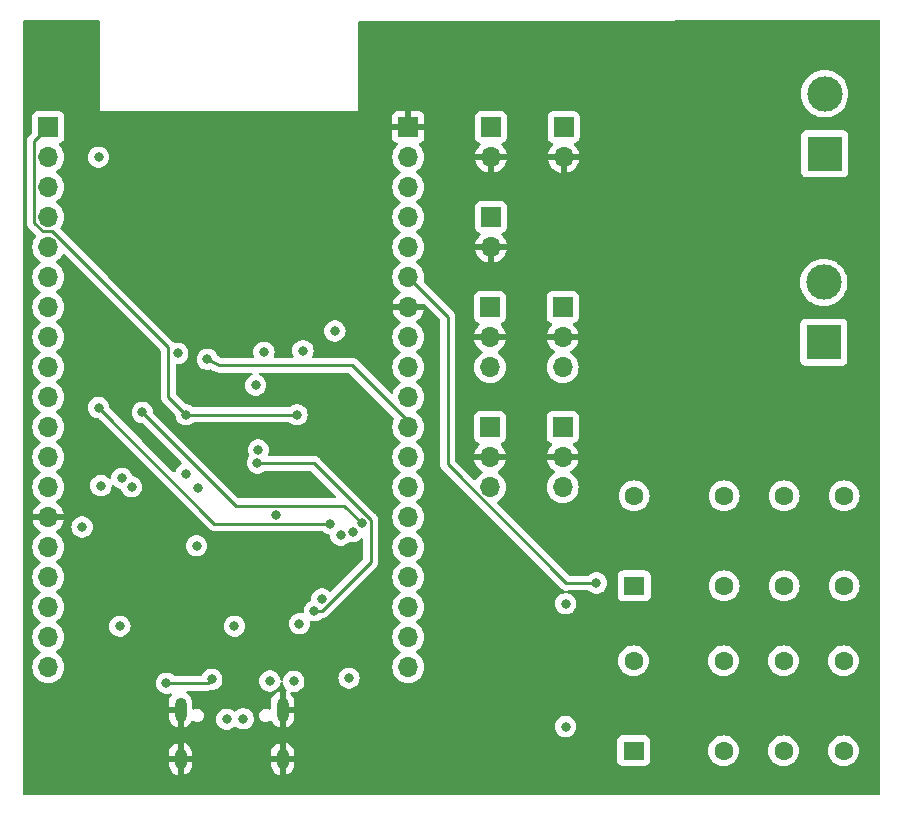
<source format=gbr>
%TF.GenerationSoftware,KiCad,Pcbnew,7.0.1*%
%TF.CreationDate,2023-04-20T15:34:14-04:00*%
%TF.ProjectId,esp,6573702e-6b69-4636-9164-5f7063625858,1.0*%
%TF.SameCoordinates,Original*%
%TF.FileFunction,Copper,L3,Inr*%
%TF.FilePolarity,Positive*%
%FSLAX46Y46*%
G04 Gerber Fmt 4.6, Leading zero omitted, Abs format (unit mm)*
G04 Created by KiCad (PCBNEW 7.0.1) date 2023-04-20 15:34:14*
%MOMM*%
%LPD*%
G01*
G04 APERTURE LIST*
%TA.AperFunction,ComponentPad*%
%ADD10R,3.000000X3.000000*%
%TD*%
%TA.AperFunction,ComponentPad*%
%ADD11C,3.000000*%
%TD*%
%TA.AperFunction,ComponentPad*%
%ADD12R,1.700000X1.700000*%
%TD*%
%TA.AperFunction,ComponentPad*%
%ADD13O,1.700000X1.700000*%
%TD*%
%TA.AperFunction,ComponentPad*%
%ADD14C,1.600000*%
%TD*%
%TA.AperFunction,ComponentPad*%
%ADD15R,1.800000X1.600000*%
%TD*%
%TA.AperFunction,ComponentPad*%
%ADD16O,1.000000X2.100000*%
%TD*%
%TA.AperFunction,ComponentPad*%
%ADD17O,1.000000X1.800000*%
%TD*%
%TA.AperFunction,ViaPad*%
%ADD18C,0.800000*%
%TD*%
%TA.AperFunction,Conductor*%
%ADD19C,0.250000*%
%TD*%
G04 APERTURE END LIST*
D10*
%TO.N,Net-(J2-Pin_1)*%
%TO.C,J2*%
X188975000Y-71705000D03*
D11*
%TO.N,Net-(J2-Pin_2)*%
X188975000Y-66625000D03*
%TD*%
D10*
%TO.N,Net-(J1-Pin_1)*%
%TO.C,J1*%
X188900000Y-87675000D03*
D11*
%TO.N,Net-(J1-Pin_2)*%
X188900000Y-82595000D03*
%TD*%
D12*
%TO.N,/IO21*%
%TO.C,J4*%
X160722734Y-77048200D03*
D13*
%TO.N,GND*%
X160722734Y-79588200D03*
%TD*%
D14*
%TO.N,Net-(J1-Pin_2)*%
%TO.C,K1*%
X180463300Y-108283900D03*
%TO.N,unconnected-(K1-Pad12)*%
X185543300Y-108283900D03*
%TO.N,Net-(J2-Pin_2)*%
X190623300Y-108283900D03*
%TO.N,Net-(J2-Pin_1)*%
X180463300Y-100663900D03*
%TO.N,unconnected-(K1-Pad22)*%
X185543300Y-100663900D03*
%TO.N,Net-(J1-Pin_1)*%
X190623300Y-100663900D03*
D15*
%TO.N,+5V*%
X172843300Y-108283900D03*
D14*
%TO.N,Net-(U3-O1)*%
X172843300Y-100663900D03*
%TD*%
D12*
%TO.N,+5V*%
%TO.C,J9*%
X160646534Y-84683600D03*
D13*
%TO.N,GND*%
X160646534Y-87223600D03*
%TO.N,/IO18*%
X160646534Y-89763600D03*
%TD*%
D12*
%TO.N,Net-(J7-Pin_1)*%
%TO.C,J7*%
X160722734Y-69428200D03*
D13*
%TO.N,GND*%
X160722734Y-71968200D03*
%TD*%
D12*
%TO.N,+5V*%
%TO.C,J6*%
X166793334Y-94843600D03*
D13*
%TO.N,GND*%
X166793334Y-97383600D03*
%TO.N,/IO16*%
X166793334Y-99923600D03*
%TD*%
D12*
%TO.N,Net-(J3-Pin_1)*%
%TO.C,J3*%
X166869534Y-69428200D03*
D13*
%TO.N,GND*%
X166869534Y-71968200D03*
%TD*%
D16*
%TO.N,GND*%
%TO.C,P1*%
X134440200Y-118764200D03*
D17*
X134440200Y-122944200D03*
D16*
X143080200Y-118764200D03*
D17*
X143080200Y-122944200D03*
%TD*%
D14*
%TO.N,Net-(J1-Pin_1)*%
%TO.C,K2*%
X180416200Y-122250200D03*
%TO.N,unconnected-(K2-Pad12)*%
X185496200Y-122250200D03*
%TO.N,Net-(J2-Pin_2)*%
X190576200Y-122250200D03*
%TO.N,Net-(J2-Pin_1)*%
X180416200Y-114630200D03*
%TO.N,unconnected-(K2-Pad22)*%
X185496200Y-114630200D03*
%TO.N,Net-(J1-Pin_2)*%
X190576200Y-114630200D03*
D15*
%TO.N,+5V*%
X172796200Y-122250200D03*
D14*
%TO.N,Net-(U3-O2)*%
X172796200Y-114630200D03*
%TD*%
D12*
%TO.N,+5V*%
%TO.C,J10*%
X160646534Y-94843600D03*
D13*
%TO.N,GND*%
X160646534Y-97383600D03*
%TO.N,/IO17*%
X160646534Y-99923600D03*
%TD*%
D12*
%TO.N,+3.3V*%
%TO.C,J11*%
X123240800Y-69453600D03*
D13*
%TO.N,/EN*%
X123240800Y-71993600D03*
%TO.N,/VP*%
X123240800Y-74533600D03*
%TO.N,/VN*%
X123240800Y-77073600D03*
%TO.N,/IO34*%
X123240800Y-79613600D03*
%TO.N,/IO35*%
X123240800Y-82153600D03*
%TO.N,/IO32*%
X123240800Y-84693600D03*
%TO.N,/IO33*%
X123240800Y-87233600D03*
%TO.N,/IO25*%
X123240800Y-89773600D03*
%TO.N,/IO26*%
X123240800Y-92313600D03*
%TO.N,/IO27*%
X123240800Y-94853600D03*
%TO.N,/IO14*%
X123240800Y-97393600D03*
%TO.N,/IO12*%
X123240800Y-99933600D03*
%TO.N,GND*%
X123240800Y-102473600D03*
%TO.N,/IO13*%
X123240800Y-105013600D03*
%TO.N,unconnected-(J11-Pin_16-Pad16)*%
X123240800Y-107553600D03*
%TO.N,unconnected-(J11-Pin_17-Pad17)*%
X123240800Y-110093600D03*
%TO.N,unconnected-(J11-Pin_18-Pad18)*%
X123240800Y-112633600D03*
%TO.N,+5V*%
X123240800Y-115173600D03*
%TD*%
D12*
%TO.N,+5V*%
%TO.C,J5*%
X166793334Y-84683600D03*
D13*
%TO.N,GND*%
X166793334Y-87223600D03*
%TO.N,/IO5*%
X166793334Y-89763600D03*
%TD*%
D12*
%TO.N,GND*%
%TO.C,J12*%
X153720800Y-69453600D03*
D13*
%TO.N,/IO23*%
X153720800Y-71993600D03*
%TO.N,/IO22*%
X153720800Y-74533600D03*
%TO.N,/RX*%
X153720800Y-77073600D03*
%TO.N,/TX*%
X153720800Y-79613600D03*
%TO.N,/IO21*%
X153720800Y-82153600D03*
%TO.N,GND*%
X153720800Y-84693600D03*
%TO.N,/IO19*%
X153720800Y-87233600D03*
%TO.N,/IO18*%
X153720800Y-89773600D03*
%TO.N,/IO5*%
X153720800Y-92313600D03*
%TO.N,/IO17*%
X153720800Y-94853600D03*
%TO.N,/IO16*%
X153720800Y-97393600D03*
%TO.N,/IO4*%
X153720800Y-99933600D03*
%TO.N,/IO0*%
X153720800Y-102473600D03*
%TO.N,/IO2*%
X153720800Y-105013600D03*
%TO.N,/IO15*%
X153720800Y-107553600D03*
%TO.N,unconnected-(J12-Pin_17-Pad17)*%
X153720800Y-110093600D03*
%TO.N,unconnected-(J12-Pin_18-Pad18)*%
X153720800Y-112633600D03*
%TO.N,unconnected-(J12-Pin_19-Pad19)*%
X153720800Y-115173600D03*
%TD*%
D18*
%TO.N,+5V*%
X142488700Y-102288700D03*
X139000000Y-111700000D03*
X144500000Y-111500000D03*
%TO.N,GND*%
X126750000Y-68900000D03*
X138660200Y-76100000D03*
X137950000Y-76835200D03*
X137400000Y-91400000D03*
X137950000Y-75435200D03*
X136550000Y-78235200D03*
X137950000Y-78235200D03*
X137260200Y-76150000D03*
X137260200Y-77550000D03*
X135860200Y-77550000D03*
X135860200Y-76150000D03*
X135844400Y-108055600D03*
X136550000Y-75435200D03*
X138660200Y-77550000D03*
X136550000Y-76835200D03*
%TO.N,+3.3V*%
X134900000Y-93800000D03*
X144300000Y-93800000D03*
X141024283Y-96775500D03*
X126100000Y-103300000D03*
X167050000Y-109800000D03*
X167050000Y-120200000D03*
%TO.N,Net-(U2-DTR)*%
X134900000Y-98800000D03*
X149017100Y-103700000D03*
%TO.N,Net-(D1-K)*%
X146400000Y-109400000D03*
X135900000Y-100000000D03*
%TO.N,Net-(D2-K)*%
X145767100Y-110400000D03*
X140950000Y-97875000D03*
%TO.N,/EN*%
X127500000Y-71993600D03*
X129300000Y-111700000D03*
X130300000Y-99900000D03*
%TO.N,/IO13*%
X134200000Y-88600000D03*
%TO.N,/IO21*%
X169650000Y-108050000D03*
%TO.N,/IO18*%
X127700000Y-99800000D03*
%TO.N,/IO17*%
X136713000Y-89100000D03*
%TO.N,/IO16*%
X148700000Y-116100000D03*
%TO.N,/IO0*%
X129468100Y-99168100D03*
X144800000Y-88375500D03*
X147500000Y-86700000D03*
%TO.N,/IO2*%
X140800000Y-91300000D03*
%TO.N,/IO15*%
X141500000Y-88500000D03*
%TO.N,Net-(P1-CC1)*%
X133250000Y-116525000D03*
X137084700Y-116200000D03*
%TO.N,/D+*%
X139749500Y-119538741D03*
X138350000Y-119575000D03*
%TO.N,/RST*%
X135800000Y-104900000D03*
X148000000Y-104000000D03*
%TO.N,Net-(U2-TXD)*%
X149800000Y-103000000D03*
X131200000Y-93600000D03*
%TO.N,Net-(U2-RXD)*%
X127500000Y-93200000D03*
X147100000Y-103013200D03*
%TO.N,Net-(P1-CC2)*%
X144025000Y-116375000D03*
X142000000Y-116350000D03*
%TD*%
D19*
%TO.N,+3.3V*%
X123240800Y-69453600D02*
X122065800Y-70628600D01*
X122754099Y-78248600D02*
X123548600Y-78248600D01*
X133400000Y-88100000D02*
X133400000Y-92300000D01*
X122065800Y-77560301D02*
X122754099Y-78248600D01*
X133400000Y-92300000D02*
X134900000Y-93800000D01*
X122065800Y-70628600D02*
X122065800Y-77560301D01*
X123548600Y-78248600D02*
X133400000Y-88100000D01*
X134900000Y-93800000D02*
X144300000Y-93800000D01*
%TO.N,Net-(D2-K)*%
X150525000Y-102699695D02*
X150525000Y-106300305D01*
X140950000Y-97875000D02*
X140975000Y-97900000D01*
X150525000Y-106300305D02*
X146425305Y-110400000D01*
X146425305Y-110400000D02*
X145767100Y-110400000D01*
X145725305Y-97900000D02*
X150525000Y-102699695D01*
X140975000Y-97900000D02*
X145725305Y-97900000D01*
%TO.N,/IO21*%
X169650000Y-108050000D02*
X167111233Y-108050000D01*
X167111233Y-108050000D02*
X157050000Y-97988767D01*
X157050000Y-85482800D02*
X153720800Y-82153600D01*
X157050000Y-97988767D02*
X157050000Y-85482800D01*
%TO.N,/IO17*%
X137700000Y-89600000D02*
X148950000Y-89600000D01*
X148950000Y-89600000D02*
X153720800Y-94370800D01*
X136713000Y-89100000D02*
X137700000Y-89600000D01*
X153720800Y-94370800D02*
X153720800Y-94853600D01*
%TO.N,Net-(P1-CC1)*%
X133250000Y-116525000D02*
X136759700Y-116525000D01*
X136759700Y-116525000D02*
X137084700Y-116200000D01*
%TO.N,Net-(U2-TXD)*%
X140900000Y-101500000D02*
X148300000Y-101500000D01*
X131200000Y-93600000D02*
X139100000Y-101500000D01*
X148300000Y-101500000D02*
X149800000Y-103000000D01*
X139100000Y-101500000D02*
X140900000Y-101500000D01*
%TO.N,Net-(U2-RXD)*%
X127500000Y-93200000D02*
X137313200Y-103013200D01*
X137313200Y-103013200D02*
X147100000Y-103013200D01*
%TD*%
%TA.AperFunction,Conductor*%
%TO.N,GND*%
G36*
X127538000Y-60416613D02*
G01*
X127583387Y-60462000D01*
X127600000Y-60524000D01*
X127600000Y-68100000D01*
X149500000Y-68100000D01*
X149500000Y-66624999D01*
X186969389Y-66624999D01*
X186989804Y-66910429D01*
X187050629Y-67190041D01*
X187150634Y-67458163D01*
X187287772Y-67709313D01*
X187373517Y-67823855D01*
X187459261Y-67938395D01*
X187661605Y-68140739D01*
X187833415Y-68269354D01*
X187890686Y-68312227D01*
X188030435Y-68388535D01*
X188141839Y-68449367D01*
X188409954Y-68549369D01*
X188409957Y-68549369D01*
X188409958Y-68549370D01*
X188462217Y-68560738D01*
X188689572Y-68610196D01*
X188953012Y-68629037D01*
X188974999Y-68630610D01*
X188974999Y-68630609D01*
X188975000Y-68630610D01*
X189260428Y-68610196D01*
X189540046Y-68549369D01*
X189808161Y-68449367D01*
X190059315Y-68312226D01*
X190288395Y-68140739D01*
X190490739Y-67938395D01*
X190662226Y-67709315D01*
X190799367Y-67458161D01*
X190899369Y-67190046D01*
X190960196Y-66910428D01*
X190980610Y-66625000D01*
X190960196Y-66339572D01*
X190899369Y-66059954D01*
X190799367Y-65791839D01*
X190662226Y-65540685D01*
X190490739Y-65311605D01*
X190288395Y-65109261D01*
X190173855Y-65023517D01*
X190059313Y-64937772D01*
X189808163Y-64800634D01*
X189808162Y-64800633D01*
X189808161Y-64800633D01*
X189540046Y-64700631D01*
X189540041Y-64700629D01*
X189260429Y-64639804D01*
X188975000Y-64619389D01*
X188689570Y-64639804D01*
X188409958Y-64700629D01*
X188141836Y-64800634D01*
X187890686Y-64937772D01*
X187661602Y-65109263D01*
X187459263Y-65311602D01*
X187287772Y-65540686D01*
X187150634Y-65791836D01*
X187050629Y-66059958D01*
X186989804Y-66339570D01*
X186969389Y-66624999D01*
X149500000Y-66624999D01*
X149500000Y-60573860D01*
X149516589Y-60511900D01*
X149561919Y-60466520D01*
X149623860Y-60449860D01*
X158780526Y-60439501D01*
X193575861Y-60400140D01*
X193637919Y-60416706D01*
X193683364Y-60462100D01*
X193700000Y-60524140D01*
X193700000Y-125876000D01*
X193683387Y-125938000D01*
X193638000Y-125983387D01*
X193576000Y-126000000D01*
X121224000Y-126000000D01*
X121162000Y-125983387D01*
X121116613Y-125938000D01*
X121100000Y-125876000D01*
X121100000Y-123194200D01*
X133440200Y-123194200D01*
X133440200Y-123394910D01*
X133455619Y-123546539D01*
X133516503Y-123740589D01*
X133615203Y-123918414D01*
X133747679Y-124072731D01*
X133908507Y-124197221D01*
X134091105Y-124286789D01*
X134190199Y-124312446D01*
X134190200Y-124312446D01*
X134190200Y-123194200D01*
X134690200Y-123194200D01*
X134690200Y-124317566D01*
X134692148Y-124317267D01*
X134882863Y-124246635D01*
X135055463Y-124139054D01*
X135202869Y-123998933D01*
X135319055Y-123832005D01*
X135399259Y-123645107D01*
X135440200Y-123445889D01*
X135440200Y-123194200D01*
X142080200Y-123194200D01*
X142080200Y-123394910D01*
X142095619Y-123546539D01*
X142156503Y-123740589D01*
X142255203Y-123918414D01*
X142387679Y-124072731D01*
X142548507Y-124197221D01*
X142731105Y-124286789D01*
X142830199Y-124312446D01*
X142830200Y-124312447D01*
X142830200Y-123194200D01*
X143330200Y-123194200D01*
X143330200Y-124317566D01*
X143332148Y-124317267D01*
X143522863Y-124246635D01*
X143695463Y-124139054D01*
X143842869Y-123998933D01*
X143959055Y-123832005D01*
X144039259Y-123645107D01*
X144080200Y-123445889D01*
X144080200Y-123194200D01*
X143330200Y-123194200D01*
X142830200Y-123194200D01*
X142080200Y-123194200D01*
X135440200Y-123194200D01*
X134690200Y-123194200D01*
X134190200Y-123194200D01*
X133440200Y-123194200D01*
X121100000Y-123194200D01*
X121100000Y-123098069D01*
X171395700Y-123098069D01*
X171402109Y-123157683D01*
X171452404Y-123292531D01*
X171538654Y-123407746D01*
X171653869Y-123493996D01*
X171788717Y-123544291D01*
X171848327Y-123550700D01*
X173744072Y-123550699D01*
X173803683Y-123544291D01*
X173938531Y-123493996D01*
X174053746Y-123407746D01*
X174139996Y-123292531D01*
X174190291Y-123157683D01*
X174196700Y-123098073D01*
X174196699Y-122250200D01*
X179110731Y-122250200D01*
X179130564Y-122476889D01*
X179189461Y-122696697D01*
X179285632Y-122902935D01*
X179416153Y-123089340D01*
X179577059Y-123250246D01*
X179763464Y-123380767D01*
X179763465Y-123380767D01*
X179763466Y-123380768D01*
X179969704Y-123476939D01*
X180189508Y-123535835D01*
X180416200Y-123555668D01*
X180642892Y-123535835D01*
X180862696Y-123476939D01*
X181068934Y-123380768D01*
X181255339Y-123250247D01*
X181416247Y-123089339D01*
X181546768Y-122902934D01*
X181642939Y-122696696D01*
X181701835Y-122476892D01*
X181721668Y-122250200D01*
X184190731Y-122250200D01*
X184210564Y-122476889D01*
X184269461Y-122696697D01*
X184365632Y-122902935D01*
X184496153Y-123089340D01*
X184657059Y-123250246D01*
X184843464Y-123380767D01*
X184843465Y-123380767D01*
X184843466Y-123380768D01*
X185049704Y-123476939D01*
X185269508Y-123535835D01*
X185496200Y-123555668D01*
X185722892Y-123535835D01*
X185942696Y-123476939D01*
X186148934Y-123380768D01*
X186335339Y-123250247D01*
X186496247Y-123089339D01*
X186626768Y-122902934D01*
X186722939Y-122696696D01*
X186781835Y-122476892D01*
X186801668Y-122250200D01*
X189270731Y-122250200D01*
X189290564Y-122476889D01*
X189349461Y-122696697D01*
X189445632Y-122902935D01*
X189576153Y-123089340D01*
X189737059Y-123250246D01*
X189923464Y-123380767D01*
X189923465Y-123380767D01*
X189923466Y-123380768D01*
X190129704Y-123476939D01*
X190349508Y-123535835D01*
X190576200Y-123555668D01*
X190802892Y-123535835D01*
X191022696Y-123476939D01*
X191228934Y-123380768D01*
X191415339Y-123250247D01*
X191576247Y-123089339D01*
X191706768Y-122902934D01*
X191802939Y-122696696D01*
X191861835Y-122476892D01*
X191881668Y-122250200D01*
X191861835Y-122023508D01*
X191802939Y-121803704D01*
X191706768Y-121597466D01*
X191688120Y-121570834D01*
X191576246Y-121411059D01*
X191415340Y-121250153D01*
X191228935Y-121119632D01*
X191022697Y-121023461D01*
X190802889Y-120964564D01*
X190576200Y-120944731D01*
X190349510Y-120964564D01*
X190129702Y-121023461D01*
X189923464Y-121119632D01*
X189737059Y-121250153D01*
X189576153Y-121411059D01*
X189445632Y-121597464D01*
X189349461Y-121803702D01*
X189290564Y-122023510D01*
X189270731Y-122250200D01*
X186801668Y-122250200D01*
X186781835Y-122023508D01*
X186722939Y-121803704D01*
X186626768Y-121597466D01*
X186608120Y-121570834D01*
X186496246Y-121411059D01*
X186335340Y-121250153D01*
X186148935Y-121119632D01*
X185942697Y-121023461D01*
X185722889Y-120964564D01*
X185496200Y-120944731D01*
X185269510Y-120964564D01*
X185049702Y-121023461D01*
X184843464Y-121119632D01*
X184657059Y-121250153D01*
X184496153Y-121411059D01*
X184365632Y-121597464D01*
X184269461Y-121803702D01*
X184210564Y-122023510D01*
X184190731Y-122250200D01*
X181721668Y-122250200D01*
X181701835Y-122023508D01*
X181642939Y-121803704D01*
X181546768Y-121597466D01*
X181528120Y-121570834D01*
X181416246Y-121411059D01*
X181255340Y-121250153D01*
X181068935Y-121119632D01*
X180862697Y-121023461D01*
X180642889Y-120964564D01*
X180416200Y-120944731D01*
X180189510Y-120964564D01*
X179969702Y-121023461D01*
X179763464Y-121119632D01*
X179577059Y-121250153D01*
X179416153Y-121411059D01*
X179285632Y-121597464D01*
X179189461Y-121803702D01*
X179130564Y-122023510D01*
X179110731Y-122250200D01*
X174196699Y-122250200D01*
X174196699Y-121402328D01*
X174190291Y-121342717D01*
X174139996Y-121207869D01*
X174053746Y-121092654D01*
X173938531Y-121006404D01*
X173803683Y-120956109D01*
X173744073Y-120949700D01*
X173744069Y-120949700D01*
X171848330Y-120949700D01*
X171788715Y-120956109D01*
X171653869Y-121006404D01*
X171538654Y-121092654D01*
X171452404Y-121207868D01*
X171402109Y-121342716D01*
X171395700Y-121402330D01*
X171395700Y-123098069D01*
X121100000Y-123098069D01*
X121100000Y-122694200D01*
X133440200Y-122694200D01*
X134190200Y-122694200D01*
X134190200Y-121575953D01*
X134690200Y-121575953D01*
X134690200Y-122694200D01*
X135440200Y-122694200D01*
X142080200Y-122694200D01*
X142830200Y-122694200D01*
X142830200Y-121575953D01*
X143330200Y-121575953D01*
X143330200Y-122694200D01*
X144080200Y-122694200D01*
X144080200Y-122493490D01*
X144064780Y-122341860D01*
X144003896Y-122147810D01*
X143905196Y-121969985D01*
X143772720Y-121815668D01*
X143611892Y-121691178D01*
X143429294Y-121601610D01*
X143330200Y-121575953D01*
X142830200Y-121575953D01*
X142830200Y-121570834D01*
X142828251Y-121571132D01*
X142637536Y-121641764D01*
X142464936Y-121749345D01*
X142317530Y-121889466D01*
X142201344Y-122056394D01*
X142121140Y-122243292D01*
X142080200Y-122442511D01*
X142080200Y-122694200D01*
X135440200Y-122694200D01*
X135440200Y-122493490D01*
X135424780Y-122341860D01*
X135363896Y-122147810D01*
X135265196Y-121969985D01*
X135132720Y-121815668D01*
X134971892Y-121691178D01*
X134789294Y-121601610D01*
X134690200Y-121575953D01*
X134190200Y-121575953D01*
X134190200Y-121570834D01*
X134188251Y-121571132D01*
X133997536Y-121641764D01*
X133824936Y-121749345D01*
X133677530Y-121889466D01*
X133561344Y-122056394D01*
X133481140Y-122243292D01*
X133440200Y-122442511D01*
X133440200Y-122694200D01*
X121100000Y-122694200D01*
X121100000Y-119014200D01*
X133440200Y-119014200D01*
X133440200Y-119364910D01*
X133455619Y-119516539D01*
X133516503Y-119710589D01*
X133615203Y-119888414D01*
X133747679Y-120042731D01*
X133908507Y-120167221D01*
X134091105Y-120256789D01*
X134190199Y-120282446D01*
X134190200Y-120282446D01*
X134190200Y-119014200D01*
X133440200Y-119014200D01*
X121100000Y-119014200D01*
X121100000Y-115173599D01*
X121885140Y-115173599D01*
X121905736Y-115409007D01*
X121937382Y-115527110D01*
X121966897Y-115637263D01*
X122066765Y-115851430D01*
X122202305Y-116045001D01*
X122369399Y-116212095D01*
X122562970Y-116347635D01*
X122777137Y-116447503D01*
X123005392Y-116508663D01*
X123240800Y-116529259D01*
X123289491Y-116524999D01*
X132344540Y-116524999D01*
X132364326Y-116713257D01*
X132422820Y-116893284D01*
X132517466Y-117057216D01*
X132644129Y-117197889D01*
X132797269Y-117309151D01*
X132970197Y-117386144D01*
X133155352Y-117425500D01*
X133155354Y-117425500D01*
X133344646Y-117425500D01*
X133344647Y-117425500D01*
X133434539Y-117406392D01*
X133529803Y-117386144D01*
X133529803Y-117386143D01*
X133538115Y-117384377D01*
X133596758Y-117386101D01*
X133648044Y-117414590D01*
X133680494Y-117463466D01*
X133686843Y-117521790D01*
X133665671Y-117576504D01*
X133561344Y-117726394D01*
X133481140Y-117913292D01*
X133440200Y-118112511D01*
X133440200Y-118514200D01*
X134566200Y-118514200D01*
X134628200Y-118530813D01*
X134673587Y-118576200D01*
X134690200Y-118638200D01*
X134690200Y-120287566D01*
X134692148Y-120287267D01*
X134882863Y-120216635D01*
X135055463Y-120109054D01*
X135202869Y-119968933D01*
X135319056Y-119802004D01*
X135332122Y-119771557D01*
X135365203Y-119726456D01*
X135414738Y-119700480D01*
X135470649Y-119698916D01*
X135521558Y-119722079D01*
X135579967Y-119766898D01*
X135719963Y-119824886D01*
X135719964Y-119824887D01*
X135832479Y-119839700D01*
X135832480Y-119839700D01*
X135907920Y-119839700D01*
X135907921Y-119839700D01*
X135964177Y-119832293D01*
X136020436Y-119824887D01*
X136160433Y-119766898D01*
X136280651Y-119674651D01*
X136357116Y-119575000D01*
X137444540Y-119575000D01*
X137464326Y-119763257D01*
X137522820Y-119943284D01*
X137617466Y-120107216D01*
X137744129Y-120247889D01*
X137897269Y-120359151D01*
X138070197Y-120436144D01*
X138255352Y-120475500D01*
X138255354Y-120475500D01*
X138444646Y-120475500D01*
X138444648Y-120475500D01*
X138568083Y-120449262D01*
X138629803Y-120436144D01*
X138802730Y-120359151D01*
X138955871Y-120247888D01*
X138975152Y-120226473D01*
X139024890Y-120192924D01*
X139084558Y-120186653D01*
X139140186Y-120209128D01*
X139296769Y-120322892D01*
X139469697Y-120399885D01*
X139654852Y-120439241D01*
X139654854Y-120439241D01*
X139844146Y-120439241D01*
X139844148Y-120439241D01*
X139967583Y-120413003D01*
X140029303Y-120399885D01*
X140202230Y-120322892D01*
X140257898Y-120282447D01*
X140355370Y-120211630D01*
X140377860Y-120186653D01*
X140482033Y-120070957D01*
X140576679Y-119907025D01*
X140635174Y-119726997D01*
X140654960Y-119538741D01*
X140635174Y-119350485D01*
X140607137Y-119264199D01*
X141069733Y-119264199D01*
X141089512Y-119414435D01*
X141141002Y-119538741D01*
X141147502Y-119554433D01*
X141239749Y-119674651D01*
X141359967Y-119766898D01*
X141499963Y-119824886D01*
X141499964Y-119824887D01*
X141612479Y-119839700D01*
X141612480Y-119839700D01*
X141687920Y-119839700D01*
X141687921Y-119839700D01*
X141744177Y-119832293D01*
X141800436Y-119824887D01*
X141940433Y-119766898D01*
X141999780Y-119721358D01*
X142047616Y-119698858D01*
X142100481Y-119698327D01*
X142148762Y-119719866D01*
X142183683Y-119759559D01*
X142255203Y-119888414D01*
X142387679Y-120042731D01*
X142548507Y-120167221D01*
X142731105Y-120256789D01*
X142830199Y-120282446D01*
X142830200Y-120282447D01*
X142830200Y-119014200D01*
X143330200Y-119014200D01*
X143330200Y-120287566D01*
X143332148Y-120287267D01*
X143522863Y-120216635D01*
X143549553Y-120199999D01*
X166144540Y-120199999D01*
X166164326Y-120388257D01*
X166222820Y-120568284D01*
X166317466Y-120732216D01*
X166444129Y-120872889D01*
X166597269Y-120984151D01*
X166770197Y-121061144D01*
X166955352Y-121100500D01*
X166955354Y-121100500D01*
X167144646Y-121100500D01*
X167144648Y-121100500D01*
X167268083Y-121074262D01*
X167329803Y-121061144D01*
X167502730Y-120984151D01*
X167655871Y-120872888D01*
X167782533Y-120732216D01*
X167877179Y-120568284D01*
X167935674Y-120388256D01*
X167955460Y-120200000D01*
X167935674Y-120011744D01*
X167901649Y-119907025D01*
X167877179Y-119831715D01*
X167782533Y-119667783D01*
X167655870Y-119527110D01*
X167502730Y-119415848D01*
X167329802Y-119338855D01*
X167144648Y-119299500D01*
X167144646Y-119299500D01*
X166955354Y-119299500D01*
X166955352Y-119299500D01*
X166770197Y-119338855D01*
X166597269Y-119415848D01*
X166444129Y-119527110D01*
X166317466Y-119667783D01*
X166222820Y-119831715D01*
X166164326Y-120011742D01*
X166144540Y-120199999D01*
X143549553Y-120199999D01*
X143695463Y-120109054D01*
X143842869Y-119968933D01*
X143959055Y-119802005D01*
X144039259Y-119615107D01*
X144080200Y-119415889D01*
X144080200Y-119014200D01*
X143330200Y-119014200D01*
X142830200Y-119014200D01*
X142830200Y-117240834D01*
X142828251Y-117241132D01*
X142637537Y-117311763D01*
X142582102Y-117346316D01*
X142580794Y-117346722D01*
X142579828Y-117347733D01*
X142464935Y-117419347D01*
X142317530Y-117559466D01*
X142201344Y-117726394D01*
X142121140Y-117913292D01*
X142080200Y-118112511D01*
X142080200Y-118633816D01*
X142065558Y-118692269D01*
X142025091Y-118736918D01*
X141968354Y-118757219D01*
X141908747Y-118748377D01*
X141800435Y-118703512D01*
X141687921Y-118688700D01*
X141687920Y-118688700D01*
X141612480Y-118688700D01*
X141612479Y-118688700D01*
X141499964Y-118703512D01*
X141359968Y-118761501D01*
X141239749Y-118853749D01*
X141147501Y-118973968D01*
X141089512Y-119113964D01*
X141069733Y-119264199D01*
X140607137Y-119264199D01*
X140604832Y-119257104D01*
X140576679Y-119170456D01*
X140482033Y-119006524D01*
X140355370Y-118865851D01*
X140202230Y-118754589D01*
X140029302Y-118677596D01*
X139844148Y-118638241D01*
X139844146Y-118638241D01*
X139654854Y-118638241D01*
X139654852Y-118638241D01*
X139469697Y-118677596D01*
X139296769Y-118754589D01*
X139143628Y-118865853D01*
X139124345Y-118887268D01*
X139074606Y-118920817D01*
X139014938Y-118927087D01*
X138959311Y-118904612D01*
X138955872Y-118902114D01*
X138955871Y-118902112D01*
X138802730Y-118790849D01*
X138802729Y-118790848D01*
X138802727Y-118790847D01*
X138629802Y-118713855D01*
X138444648Y-118674500D01*
X138444646Y-118674500D01*
X138255354Y-118674500D01*
X138255352Y-118674500D01*
X138070197Y-118713855D01*
X137897269Y-118790848D01*
X137744129Y-118902110D01*
X137617466Y-119042783D01*
X137522820Y-119206715D01*
X137464326Y-119386742D01*
X137444540Y-119575000D01*
X136357116Y-119575000D01*
X136372898Y-119554433D01*
X136430887Y-119414436D01*
X136450666Y-119264200D01*
X136430887Y-119113964D01*
X136372898Y-118973967D01*
X136280651Y-118853749D01*
X136160433Y-118761502D01*
X136150093Y-118757219D01*
X136020435Y-118703512D01*
X135907921Y-118688700D01*
X135907920Y-118688700D01*
X135832480Y-118688700D01*
X135832479Y-118688700D01*
X135719964Y-118703512D01*
X135611653Y-118748377D01*
X135552046Y-118757219D01*
X135495309Y-118736918D01*
X135454842Y-118692269D01*
X135440200Y-118633816D01*
X135440200Y-118163490D01*
X135424780Y-118011860D01*
X135363896Y-117817810D01*
X135265196Y-117639985D01*
X135132720Y-117485668D01*
X134986591Y-117372556D01*
X134949043Y-117324552D01*
X134938899Y-117264458D01*
X134958611Y-117206789D01*
X135003416Y-117165477D01*
X135062492Y-117150500D01*
X136676956Y-117150500D01*
X136697462Y-117152764D01*
X136700365Y-117152672D01*
X136700367Y-117152673D01*
X136767572Y-117150561D01*
X136771468Y-117150500D01*
X136799049Y-117150500D01*
X136799050Y-117150500D01*
X136803019Y-117149998D01*
X136814665Y-117149080D01*
X136858327Y-117147709D01*
X136877559Y-117142120D01*
X136896618Y-117138174D01*
X136902896Y-117137381D01*
X136916492Y-117135664D01*
X136957107Y-117119582D01*
X136968155Y-117115801D01*
X137003879Y-117105423D01*
X137038471Y-117100500D01*
X137179348Y-117100500D01*
X137302784Y-117074262D01*
X137364503Y-117061144D01*
X137537430Y-116984151D01*
X137569097Y-116961144D01*
X137690570Y-116872889D01*
X137817233Y-116732216D01*
X137911879Y-116568284D01*
X137925943Y-116524999D01*
X137970374Y-116388256D01*
X137974395Y-116350000D01*
X141094540Y-116350000D01*
X141114326Y-116538257D01*
X141172820Y-116718284D01*
X141267466Y-116882216D01*
X141394129Y-117022889D01*
X141547269Y-117134151D01*
X141720197Y-117211144D01*
X141905352Y-117250500D01*
X141905354Y-117250500D01*
X142094646Y-117250500D01*
X142094648Y-117250500D01*
X142226410Y-117222493D01*
X142279803Y-117211144D01*
X142452730Y-117134151D01*
X142605871Y-117022888D01*
X142732533Y-116882216D01*
X142827179Y-116718284D01*
X142885674Y-116538256D01*
X142887866Y-116517398D01*
X142908385Y-116461023D01*
X142952971Y-116420877D01*
X143011185Y-116406362D01*
X143069400Y-116420876D01*
X143113986Y-116461022D01*
X143134506Y-116517397D01*
X143136699Y-116538257D01*
X143139326Y-116563257D01*
X143197820Y-116743284D01*
X143292466Y-116907216D01*
X143402890Y-117029854D01*
X143431708Y-117085572D01*
X143429568Y-117148265D01*
X143397017Y-117201889D01*
X143360508Y-117222493D01*
X143330200Y-117245953D01*
X143330200Y-118514200D01*
X144080200Y-118514200D01*
X144080200Y-118163490D01*
X144064780Y-118011860D01*
X144003896Y-117817810D01*
X143905196Y-117639985D01*
X143772722Y-117485670D01*
X143767887Y-117481928D01*
X143728341Y-117429130D01*
X143721467Y-117363523D01*
X143749210Y-117303674D01*
X143803718Y-117266522D01*
X143869567Y-117262580D01*
X143930352Y-117275500D01*
X143930354Y-117275500D01*
X144119646Y-117275500D01*
X144119648Y-117275500D01*
X144258655Y-117245953D01*
X144304803Y-117236144D01*
X144477730Y-117159151D01*
X144504919Y-117139397D01*
X144630870Y-117047889D01*
X144757533Y-116907216D01*
X144852179Y-116743284D01*
X144909040Y-116568284D01*
X144910674Y-116563256D01*
X144930460Y-116375000D01*
X144910674Y-116186744D01*
X144882489Y-116099999D01*
X147794540Y-116099999D01*
X147814326Y-116288257D01*
X147872820Y-116468284D01*
X147967466Y-116632216D01*
X148094129Y-116772889D01*
X148247269Y-116884151D01*
X148420197Y-116961144D01*
X148605352Y-117000500D01*
X148605354Y-117000500D01*
X148794646Y-117000500D01*
X148794648Y-117000500D01*
X148918083Y-116974262D01*
X148979803Y-116961144D01*
X149152730Y-116884151D01*
X149305871Y-116772888D01*
X149432533Y-116632216D01*
X149527179Y-116468284D01*
X149585674Y-116288256D01*
X149605460Y-116100000D01*
X149585674Y-115911744D01*
X149536619Y-115760768D01*
X149527179Y-115731715D01*
X149432533Y-115567783D01*
X149305870Y-115427110D01*
X149152730Y-115315848D01*
X148979802Y-115238855D01*
X148794648Y-115199500D01*
X148794646Y-115199500D01*
X148605354Y-115199500D01*
X148605352Y-115199500D01*
X148420197Y-115238855D01*
X148247269Y-115315848D01*
X148094129Y-115427110D01*
X147967466Y-115567783D01*
X147872820Y-115731715D01*
X147814326Y-115911742D01*
X147794540Y-116099999D01*
X144882489Y-116099999D01*
X144852179Y-116006716D01*
X144852179Y-116006715D01*
X144757533Y-115842783D01*
X144630870Y-115702110D01*
X144477730Y-115590848D01*
X144304802Y-115513855D01*
X144119648Y-115474500D01*
X144119646Y-115474500D01*
X143930354Y-115474500D01*
X143930352Y-115474500D01*
X143745197Y-115513855D01*
X143572269Y-115590848D01*
X143419129Y-115702110D01*
X143292466Y-115842783D01*
X143197820Y-116006715D01*
X143139325Y-116186747D01*
X143137133Y-116207601D01*
X143116612Y-116263979D01*
X143072025Y-116304124D01*
X143013811Y-116318637D01*
X142955597Y-116304122D01*
X142911011Y-116263975D01*
X142890493Y-116207601D01*
X142885674Y-116161744D01*
X142835302Y-116006715D01*
X142827179Y-115981715D01*
X142732533Y-115817783D01*
X142605870Y-115677110D01*
X142452730Y-115565848D01*
X142279802Y-115488855D01*
X142094648Y-115449500D01*
X142094646Y-115449500D01*
X141905354Y-115449500D01*
X141905352Y-115449500D01*
X141720197Y-115488855D01*
X141547269Y-115565848D01*
X141394129Y-115677110D01*
X141267466Y-115817783D01*
X141172820Y-115981715D01*
X141114326Y-116161742D01*
X141094540Y-116350000D01*
X137974395Y-116350000D01*
X137990160Y-116200000D01*
X137970374Y-116011744D01*
X137937881Y-115911742D01*
X137911879Y-115831715D01*
X137817233Y-115667783D01*
X137690570Y-115527110D01*
X137537430Y-115415848D01*
X137364502Y-115338855D01*
X137179348Y-115299500D01*
X137179346Y-115299500D01*
X136990054Y-115299500D01*
X136990052Y-115299500D01*
X136804897Y-115338855D01*
X136631969Y-115415848D01*
X136478829Y-115527110D01*
X136352166Y-115667783D01*
X136254181Y-115837500D01*
X136208794Y-115882887D01*
X136146794Y-115899500D01*
X133953747Y-115899500D01*
X133903312Y-115888780D01*
X133861598Y-115858473D01*
X133855871Y-115852112D01*
X133702730Y-115740849D01*
X133702729Y-115740848D01*
X133702727Y-115740847D01*
X133529802Y-115663855D01*
X133344648Y-115624500D01*
X133344646Y-115624500D01*
X133155354Y-115624500D01*
X133155352Y-115624500D01*
X132970197Y-115663855D01*
X132797269Y-115740848D01*
X132644129Y-115852110D01*
X132517466Y-115992783D01*
X132422820Y-116156715D01*
X132364326Y-116336742D01*
X132344540Y-116524999D01*
X123289491Y-116524999D01*
X123476208Y-116508663D01*
X123704463Y-116447503D01*
X123918630Y-116347635D01*
X124112201Y-116212095D01*
X124279295Y-116045001D01*
X124414835Y-115851430D01*
X124514703Y-115637263D01*
X124575863Y-115409008D01*
X124596459Y-115173600D01*
X124575863Y-114938192D01*
X124514703Y-114709937D01*
X124414835Y-114495771D01*
X124279295Y-114302199D01*
X124112201Y-114135105D01*
X123926639Y-114005173D01*
X123887775Y-113960857D01*
X123873764Y-113903600D01*
X123887775Y-113846343D01*
X123926639Y-113802026D01*
X124112201Y-113672095D01*
X124279295Y-113505001D01*
X124414835Y-113311430D01*
X124514703Y-113097263D01*
X124575863Y-112869008D01*
X124596459Y-112633600D01*
X124575863Y-112398192D01*
X124514703Y-112169937D01*
X124414835Y-111955771D01*
X124279295Y-111762199D01*
X124217095Y-111699999D01*
X128394540Y-111699999D01*
X128414326Y-111888257D01*
X128472820Y-112068284D01*
X128567466Y-112232216D01*
X128694129Y-112372889D01*
X128847269Y-112484151D01*
X129020197Y-112561144D01*
X129205352Y-112600500D01*
X129205354Y-112600500D01*
X129394646Y-112600500D01*
X129394648Y-112600500D01*
X129518083Y-112574262D01*
X129579803Y-112561144D01*
X129752730Y-112484151D01*
X129905871Y-112372888D01*
X130032533Y-112232216D01*
X130127179Y-112068284D01*
X130185674Y-111888256D01*
X130205460Y-111700000D01*
X130205460Y-111699999D01*
X138094540Y-111699999D01*
X138114326Y-111888257D01*
X138172820Y-112068284D01*
X138267466Y-112232216D01*
X138394129Y-112372889D01*
X138547269Y-112484151D01*
X138720197Y-112561144D01*
X138905352Y-112600500D01*
X138905354Y-112600500D01*
X139094646Y-112600500D01*
X139094648Y-112600500D01*
X139218083Y-112574262D01*
X139279803Y-112561144D01*
X139452730Y-112484151D01*
X139605871Y-112372888D01*
X139732533Y-112232216D01*
X139827179Y-112068284D01*
X139885674Y-111888256D01*
X139905460Y-111700000D01*
X139885674Y-111511744D01*
X139837539Y-111363600D01*
X139827179Y-111331715D01*
X139732533Y-111167783D01*
X139605870Y-111027110D01*
X139452730Y-110915848D01*
X139279802Y-110838855D01*
X139094648Y-110799500D01*
X139094646Y-110799500D01*
X138905354Y-110799500D01*
X138905352Y-110799500D01*
X138720197Y-110838855D01*
X138547269Y-110915848D01*
X138394129Y-111027110D01*
X138267466Y-111167783D01*
X138172820Y-111331715D01*
X138114326Y-111511742D01*
X138094540Y-111699999D01*
X130205460Y-111699999D01*
X130185674Y-111511744D01*
X130137539Y-111363600D01*
X130127179Y-111331715D01*
X130032533Y-111167783D01*
X129905870Y-111027110D01*
X129752730Y-110915848D01*
X129579802Y-110838855D01*
X129394648Y-110799500D01*
X129394646Y-110799500D01*
X129205354Y-110799500D01*
X129205352Y-110799500D01*
X129020197Y-110838855D01*
X128847269Y-110915848D01*
X128694129Y-111027110D01*
X128567466Y-111167783D01*
X128472820Y-111331715D01*
X128414326Y-111511742D01*
X128394540Y-111699999D01*
X124217095Y-111699999D01*
X124112201Y-111595105D01*
X123926639Y-111465173D01*
X123887774Y-111420855D01*
X123873764Y-111363599D01*
X123887775Y-111306342D01*
X123926637Y-111262028D01*
X124112201Y-111132095D01*
X124279295Y-110965001D01*
X124414835Y-110771430D01*
X124514703Y-110557263D01*
X124575863Y-110329008D01*
X124596459Y-110093600D01*
X124575863Y-109858192D01*
X124514703Y-109629937D01*
X124414835Y-109415771D01*
X124279295Y-109222199D01*
X124112201Y-109055105D01*
X123926639Y-108925173D01*
X123887775Y-108880857D01*
X123873764Y-108823600D01*
X123887775Y-108766343D01*
X123926639Y-108722026D01*
X124112201Y-108592095D01*
X124279295Y-108425001D01*
X124414835Y-108231430D01*
X124514703Y-108017263D01*
X124575863Y-107789008D01*
X124596459Y-107553600D01*
X124575863Y-107318192D01*
X124514703Y-107089937D01*
X124414835Y-106875771D01*
X124279295Y-106682199D01*
X124112201Y-106515105D01*
X123926639Y-106385173D01*
X123887775Y-106340857D01*
X123873764Y-106283600D01*
X123887775Y-106226343D01*
X123926639Y-106182026D01*
X124112201Y-106052095D01*
X124279295Y-105885001D01*
X124414835Y-105691430D01*
X124514703Y-105477263D01*
X124575863Y-105249008D01*
X124596459Y-105013600D01*
X124586520Y-104900000D01*
X134894540Y-104900000D01*
X134914326Y-105088257D01*
X134972820Y-105268284D01*
X135067466Y-105432216D01*
X135194129Y-105572889D01*
X135347269Y-105684151D01*
X135520197Y-105761144D01*
X135705352Y-105800500D01*
X135705354Y-105800500D01*
X135894646Y-105800500D01*
X135894648Y-105800500D01*
X136018083Y-105774262D01*
X136079803Y-105761144D01*
X136252730Y-105684151D01*
X136405871Y-105572888D01*
X136532533Y-105432216D01*
X136627179Y-105268284D01*
X136685674Y-105088256D01*
X136705460Y-104900000D01*
X136685674Y-104711744D01*
X136633559Y-104551351D01*
X136627179Y-104531715D01*
X136532533Y-104367783D01*
X136405870Y-104227110D01*
X136252730Y-104115848D01*
X136079802Y-104038855D01*
X135894648Y-103999500D01*
X135894646Y-103999500D01*
X135705354Y-103999500D01*
X135705352Y-103999500D01*
X135520197Y-104038855D01*
X135347269Y-104115848D01*
X135194129Y-104227110D01*
X135067466Y-104367783D01*
X134972820Y-104531715D01*
X134914326Y-104711742D01*
X134894540Y-104900000D01*
X124586520Y-104900000D01*
X124575863Y-104778192D01*
X124514703Y-104549937D01*
X124414835Y-104335771D01*
X124279295Y-104142199D01*
X124112201Y-103975105D01*
X123926202Y-103844867D01*
X123887339Y-103800551D01*
X123873328Y-103743294D01*
X123887339Y-103686037D01*
X123926205Y-103641719D01*
X124111878Y-103511709D01*
X124278906Y-103344681D01*
X124310192Y-103300000D01*
X125194540Y-103300000D01*
X125214326Y-103488257D01*
X125272820Y-103668284D01*
X125367466Y-103832216D01*
X125494129Y-103972889D01*
X125647269Y-104084151D01*
X125820197Y-104161144D01*
X126005352Y-104200500D01*
X126005354Y-104200500D01*
X126194646Y-104200500D01*
X126194648Y-104200500D01*
X126318083Y-104174262D01*
X126379803Y-104161144D01*
X126552730Y-104084151D01*
X126574569Y-104068284D01*
X126705870Y-103972889D01*
X126760347Y-103912387D01*
X126832533Y-103832216D01*
X126927179Y-103668284D01*
X126985674Y-103488256D01*
X127005460Y-103300000D01*
X126985674Y-103111744D01*
X126946924Y-102992483D01*
X126927179Y-102931715D01*
X126832533Y-102767783D01*
X126705870Y-102627110D01*
X126552730Y-102515848D01*
X126379802Y-102438855D01*
X126194648Y-102399500D01*
X126194646Y-102399500D01*
X126005354Y-102399500D01*
X126005352Y-102399500D01*
X125820197Y-102438855D01*
X125647269Y-102515848D01*
X125494129Y-102627110D01*
X125367466Y-102767783D01*
X125272820Y-102931715D01*
X125214326Y-103111742D01*
X125194540Y-103300000D01*
X124310192Y-103300000D01*
X124414400Y-103151176D01*
X124514230Y-102937092D01*
X124571436Y-102723600D01*
X121910164Y-102723600D01*
X121967369Y-102937092D01*
X122067199Y-103151176D01*
X122202693Y-103344681D01*
X122369718Y-103511706D01*
X122555395Y-103641719D01*
X122594260Y-103686037D01*
X122608271Y-103743294D01*
X122594260Y-103800551D01*
X122555395Y-103844869D01*
X122369395Y-103975108D01*
X122202305Y-104142198D01*
X122066765Y-104335770D01*
X121966897Y-104549936D01*
X121905736Y-104778192D01*
X121885140Y-105013599D01*
X121905736Y-105249007D01*
X121950509Y-105416101D01*
X121966897Y-105477263D01*
X122066765Y-105691430D01*
X122202305Y-105885001D01*
X122369399Y-106052095D01*
X122554960Y-106182026D01*
X122593824Y-106226343D01*
X122607835Y-106283600D01*
X122593824Y-106340857D01*
X122554958Y-106385175D01*
X122424962Y-106476200D01*
X122369395Y-106515108D01*
X122202305Y-106682198D01*
X122066765Y-106875770D01*
X121966897Y-107089936D01*
X121905736Y-107318192D01*
X121885140Y-107553600D01*
X121905736Y-107789007D01*
X121925226Y-107861744D01*
X121966897Y-108017263D01*
X122066765Y-108231430D01*
X122202305Y-108425001D01*
X122369399Y-108592095D01*
X122554960Y-108722026D01*
X122593824Y-108766343D01*
X122607835Y-108823600D01*
X122593824Y-108880857D01*
X122554959Y-108925175D01*
X122369395Y-109055108D01*
X122202305Y-109222198D01*
X122066765Y-109415770D01*
X121966897Y-109629936D01*
X121905736Y-109858192D01*
X121885140Y-110093599D01*
X121905736Y-110329007D01*
X121924759Y-110400000D01*
X121966897Y-110557263D01*
X122066765Y-110771430D01*
X122202305Y-110965001D01*
X122369399Y-111132095D01*
X122554960Y-111262026D01*
X122593824Y-111306343D01*
X122607835Y-111363600D01*
X122593824Y-111420857D01*
X122554959Y-111465175D01*
X122369395Y-111595108D01*
X122202305Y-111762198D01*
X122066765Y-111955770D01*
X121966897Y-112169936D01*
X121905736Y-112398192D01*
X121885140Y-112633600D01*
X121905736Y-112869007D01*
X121950509Y-113036102D01*
X121966897Y-113097263D01*
X122066765Y-113311430D01*
X122202305Y-113505001D01*
X122369399Y-113672095D01*
X122554960Y-113802026D01*
X122593824Y-113846343D01*
X122607835Y-113903600D01*
X122593824Y-113960857D01*
X122554959Y-114005175D01*
X122369395Y-114135108D01*
X122202305Y-114302198D01*
X122066765Y-114495770D01*
X121966897Y-114709936D01*
X121905736Y-114938192D01*
X121885140Y-115173599D01*
X121100000Y-115173599D01*
X121100000Y-70608796D01*
X121435640Y-70608796D01*
X121438188Y-70635746D01*
X121439750Y-70652275D01*
X121440300Y-70663944D01*
X121440300Y-77477557D01*
X121438035Y-77498063D01*
X121440239Y-77568174D01*
X121440300Y-77572069D01*
X121440300Y-77599650D01*
X121440803Y-77603635D01*
X121441718Y-77615268D01*
X121443090Y-77658927D01*
X121448679Y-77678161D01*
X121452625Y-77697217D01*
X121455135Y-77717093D01*
X121471214Y-77757705D01*
X121474997Y-77768752D01*
X121487182Y-77810692D01*
X121497380Y-77827936D01*
X121505936Y-77845401D01*
X121513314Y-77864033D01*
X121513315Y-77864034D01*
X121538980Y-77899360D01*
X121545393Y-77909123D01*
X121567626Y-77946717D01*
X121567629Y-77946720D01*
X121567630Y-77946721D01*
X121581795Y-77960886D01*
X121594427Y-77975676D01*
X121606206Y-77991888D01*
X121622881Y-78005683D01*
X121639858Y-78019727D01*
X121648499Y-78027590D01*
X122195024Y-78574115D01*
X122227090Y-78629601D01*
X122227172Y-78693686D01*
X122205588Y-78731254D01*
X122208527Y-78733312D01*
X122066765Y-78935770D01*
X121966897Y-79149936D01*
X121905736Y-79378192D01*
X121885140Y-79613600D01*
X121905736Y-79849007D01*
X121950509Y-80016102D01*
X121966897Y-80077263D01*
X122066765Y-80291430D01*
X122202305Y-80485001D01*
X122369399Y-80652095D01*
X122554960Y-80782026D01*
X122593824Y-80826343D01*
X122607835Y-80883600D01*
X122593824Y-80940857D01*
X122554959Y-80985175D01*
X122369395Y-81115108D01*
X122202305Y-81282198D01*
X122066765Y-81475770D01*
X121966897Y-81689936D01*
X121905736Y-81918192D01*
X121885140Y-82153599D01*
X121905736Y-82389007D01*
X121905737Y-82389009D01*
X121966897Y-82617263D01*
X122066765Y-82831430D01*
X122202305Y-83025001D01*
X122369399Y-83192095D01*
X122554960Y-83322026D01*
X122593824Y-83366343D01*
X122607835Y-83423600D01*
X122593824Y-83480857D01*
X122554959Y-83525175D01*
X122369395Y-83655108D01*
X122202305Y-83822198D01*
X122066765Y-84015770D01*
X121966897Y-84229936D01*
X121905736Y-84458192D01*
X121885140Y-84693600D01*
X121905736Y-84929007D01*
X121938481Y-85051213D01*
X121966897Y-85157263D01*
X122066765Y-85371430D01*
X122202305Y-85565001D01*
X122369399Y-85732095D01*
X122554960Y-85862026D01*
X122593824Y-85906343D01*
X122607835Y-85963600D01*
X122593824Y-86020857D01*
X122554958Y-86065175D01*
X122394231Y-86177718D01*
X122369395Y-86195108D01*
X122202305Y-86362198D01*
X122066765Y-86555770D01*
X121966897Y-86769936D01*
X121905736Y-86998192D01*
X121885140Y-87233599D01*
X121905736Y-87469007D01*
X121938518Y-87591349D01*
X121966897Y-87697263D01*
X122066765Y-87911430D01*
X122202305Y-88105001D01*
X122369399Y-88272095D01*
X122554960Y-88402026D01*
X122593824Y-88446343D01*
X122607835Y-88503600D01*
X122593824Y-88560857D01*
X122554958Y-88605175D01*
X122374241Y-88731715D01*
X122369395Y-88735108D01*
X122202305Y-88902198D01*
X122066765Y-89095770D01*
X121966897Y-89309936D01*
X121905736Y-89538192D01*
X121885140Y-89773600D01*
X121905736Y-90009007D01*
X121944121Y-90152262D01*
X121966897Y-90237263D01*
X122066765Y-90451430D01*
X122202305Y-90645001D01*
X122369399Y-90812095D01*
X122554960Y-90942026D01*
X122593824Y-90986343D01*
X122607835Y-91043600D01*
X122593824Y-91100857D01*
X122554959Y-91145175D01*
X122369395Y-91275108D01*
X122202305Y-91442198D01*
X122066765Y-91635770D01*
X121966897Y-91849936D01*
X121905736Y-92078192D01*
X121885140Y-92313599D01*
X121905736Y-92549007D01*
X121942555Y-92686416D01*
X121966897Y-92777263D01*
X122066765Y-92991430D01*
X122202305Y-93185001D01*
X122369399Y-93352095D01*
X122554960Y-93482026D01*
X122593824Y-93526343D01*
X122607835Y-93583600D01*
X122593824Y-93640857D01*
X122554958Y-93685175D01*
X122390972Y-93800000D01*
X122369395Y-93815108D01*
X122202305Y-93982198D01*
X122066765Y-94175770D01*
X121966897Y-94389936D01*
X121905736Y-94618192D01*
X121885140Y-94853600D01*
X121905736Y-95089007D01*
X121950509Y-95256101D01*
X121966897Y-95317263D01*
X122066765Y-95531430D01*
X122202305Y-95725001D01*
X122369399Y-95892095D01*
X122554960Y-96022026D01*
X122593824Y-96066343D01*
X122607835Y-96123600D01*
X122593824Y-96180857D01*
X122554960Y-96225174D01*
X122394231Y-96337718D01*
X122369395Y-96355108D01*
X122202305Y-96522198D01*
X122066765Y-96715770D01*
X121966897Y-96929936D01*
X121905736Y-97158192D01*
X121885140Y-97393600D01*
X121905736Y-97629007D01*
X121942442Y-97765995D01*
X121966897Y-97857263D01*
X122066765Y-98071430D01*
X122202305Y-98265001D01*
X122369399Y-98432095D01*
X122554960Y-98562026D01*
X122593824Y-98606343D01*
X122607835Y-98663600D01*
X122593824Y-98720857D01*
X122554960Y-98765174D01*
X122383677Y-98885108D01*
X122369395Y-98895108D01*
X122202305Y-99062198D01*
X122066765Y-99255770D01*
X121966897Y-99469936D01*
X121905736Y-99698192D01*
X121885140Y-99933599D01*
X121905736Y-100169007D01*
X121949468Y-100332216D01*
X121966897Y-100397263D01*
X122066765Y-100611430D01*
X122202305Y-100805001D01*
X122369399Y-100972095D01*
X122555397Y-101102332D01*
X122594260Y-101146648D01*
X122608271Y-101203905D01*
X122594261Y-101261161D01*
X122555395Y-101305480D01*
X122369719Y-101435492D01*
X122202690Y-101602521D01*
X122067200Y-101796021D01*
X121967369Y-102010107D01*
X121910164Y-102223599D01*
X121910164Y-102223600D01*
X124571436Y-102223600D01*
X124571435Y-102223599D01*
X124514230Y-102010107D01*
X124414399Y-101796021D01*
X124278909Y-101602521D01*
X124111881Y-101435493D01*
X123926204Y-101305480D01*
X123887339Y-101261162D01*
X123873328Y-101203905D01*
X123887339Y-101146648D01*
X123926202Y-101102332D01*
X124112201Y-100972095D01*
X124279295Y-100805001D01*
X124414835Y-100611430D01*
X124514703Y-100397263D01*
X124575863Y-100169008D01*
X124596459Y-99933600D01*
X124584770Y-99800000D01*
X126794540Y-99800000D01*
X126814326Y-99988257D01*
X126872820Y-100168284D01*
X126967466Y-100332216D01*
X127094129Y-100472889D01*
X127247269Y-100584151D01*
X127420197Y-100661144D01*
X127605352Y-100700500D01*
X127605354Y-100700500D01*
X127794646Y-100700500D01*
X127794648Y-100700500D01*
X127924551Y-100672888D01*
X127979803Y-100661144D01*
X128152730Y-100584151D01*
X128305871Y-100472888D01*
X128432533Y-100332216D01*
X128527179Y-100168284D01*
X128585674Y-99988256D01*
X128599330Y-99858321D01*
X128617953Y-99804844D01*
X128658414Y-99765221D01*
X128712273Y-99747721D01*
X128768297Y-99755993D01*
X128814799Y-99788313D01*
X128862229Y-99840988D01*
X129015369Y-99952251D01*
X129188297Y-100029244D01*
X129340470Y-100061589D01*
X129397662Y-100090729D01*
X129432621Y-100144561D01*
X129472820Y-100268284D01*
X129567466Y-100432216D01*
X129694129Y-100572889D01*
X129847269Y-100684151D01*
X130020197Y-100761144D01*
X130205352Y-100800500D01*
X130205354Y-100800500D01*
X130394646Y-100800500D01*
X130394648Y-100800500D01*
X130538618Y-100769898D01*
X130579803Y-100761144D01*
X130752730Y-100684151D01*
X130784397Y-100661144D01*
X130905870Y-100572889D01*
X131032533Y-100432216D01*
X131127179Y-100268284D01*
X131143711Y-100217404D01*
X131185674Y-100088256D01*
X131205460Y-99900000D01*
X131185674Y-99711744D01*
X131127179Y-99531716D01*
X131127179Y-99531715D01*
X131032533Y-99367783D01*
X130905870Y-99227110D01*
X130752730Y-99115848D01*
X130579802Y-99038855D01*
X130427628Y-99006510D01*
X130370437Y-98977370D01*
X130335479Y-98923538D01*
X130295279Y-98799816D01*
X130275279Y-98765175D01*
X130200633Y-98635883D01*
X130073970Y-98495210D01*
X129920830Y-98383948D01*
X129747902Y-98306955D01*
X129562748Y-98267600D01*
X129562746Y-98267600D01*
X129373454Y-98267600D01*
X129373452Y-98267600D01*
X129188297Y-98306955D01*
X129015369Y-98383948D01*
X128862229Y-98495210D01*
X128735566Y-98635883D01*
X128640920Y-98799815D01*
X128582426Y-98979842D01*
X128568770Y-99109775D01*
X128550146Y-99163256D01*
X128509684Y-99202878D01*
X128455825Y-99220378D01*
X128399802Y-99212105D01*
X128353300Y-99179786D01*
X128305870Y-99127111D01*
X128152730Y-99015848D01*
X127979802Y-98938855D01*
X127794648Y-98899500D01*
X127794646Y-98899500D01*
X127605354Y-98899500D01*
X127605352Y-98899500D01*
X127420197Y-98938855D01*
X127247269Y-99015848D01*
X127094129Y-99127110D01*
X126967466Y-99267783D01*
X126872820Y-99431715D01*
X126814326Y-99611742D01*
X126794540Y-99800000D01*
X124584770Y-99800000D01*
X124577048Y-99711742D01*
X124575863Y-99698192D01*
X124566662Y-99663853D01*
X124514703Y-99469937D01*
X124414835Y-99255771D01*
X124279295Y-99062199D01*
X124112201Y-98895105D01*
X123926639Y-98765173D01*
X123887775Y-98720857D01*
X123873764Y-98663600D01*
X123887775Y-98606343D01*
X123926639Y-98562026D01*
X124112201Y-98432095D01*
X124279295Y-98265001D01*
X124414835Y-98071430D01*
X124514703Y-97857263D01*
X124575863Y-97629008D01*
X124596459Y-97393600D01*
X124575863Y-97158192D01*
X124514703Y-96929937D01*
X124414835Y-96715771D01*
X124279295Y-96522199D01*
X124112201Y-96355105D01*
X123926639Y-96225173D01*
X123887775Y-96180857D01*
X123873764Y-96123600D01*
X123887775Y-96066343D01*
X123926639Y-96022026D01*
X124112201Y-95892095D01*
X124279295Y-95725001D01*
X124414835Y-95531430D01*
X124514703Y-95317263D01*
X124575863Y-95089008D01*
X124596459Y-94853600D01*
X124575863Y-94618192D01*
X124514703Y-94389937D01*
X124414835Y-94175771D01*
X124279295Y-93982199D01*
X124112201Y-93815105D01*
X123926639Y-93685173D01*
X123887775Y-93640857D01*
X123873764Y-93583600D01*
X123887775Y-93526343D01*
X123926639Y-93482026D01*
X124112201Y-93352095D01*
X124264296Y-93200000D01*
X126594540Y-93200000D01*
X126597873Y-93231715D01*
X126614326Y-93388257D01*
X126672820Y-93568284D01*
X126767466Y-93732216D01*
X126894129Y-93872889D01*
X127047269Y-93984151D01*
X127220197Y-94061144D01*
X127405352Y-94100500D01*
X127405354Y-94100500D01*
X127464548Y-94100500D01*
X127512001Y-94109939D01*
X127552229Y-94136819D01*
X136812397Y-103396987D01*
X136825298Y-103413089D01*
X136827412Y-103415074D01*
X136827414Y-103415077D01*
X136874761Y-103459539D01*
X136876440Y-103461116D01*
X136879236Y-103463826D01*
X136898730Y-103483320D01*
X136901904Y-103485782D01*
X136910768Y-103493353D01*
X136942618Y-103523262D01*
X136953114Y-103529032D01*
X136960174Y-103532914D01*
X136976431Y-103543592D01*
X136992264Y-103555874D01*
X137008385Y-103562849D01*
X137032356Y-103573223D01*
X137042843Y-103578360D01*
X137081108Y-103599397D01*
X137100516Y-103604380D01*
X137118910Y-103610678D01*
X137137305Y-103618638D01*
X137180454Y-103625471D01*
X137191880Y-103627838D01*
X137207422Y-103631829D01*
X137234180Y-103638700D01*
X137234181Y-103638700D01*
X137254216Y-103638700D01*
X137273613Y-103640226D01*
X137293396Y-103643360D01*
X137336874Y-103639250D01*
X137348544Y-103638700D01*
X146396253Y-103638700D01*
X146446688Y-103649420D01*
X146488401Y-103679726D01*
X146494129Y-103686088D01*
X146647270Y-103797351D01*
X146647271Y-103797351D01*
X146647272Y-103797352D01*
X146820197Y-103874344D01*
X146999176Y-103912387D01*
X147046281Y-103933359D01*
X147080783Y-103971677D01*
X147096717Y-104020715D01*
X147114326Y-104188257D01*
X147172820Y-104368284D01*
X147267466Y-104532216D01*
X147394129Y-104672889D01*
X147547269Y-104784151D01*
X147720197Y-104861144D01*
X147905352Y-104900500D01*
X147905354Y-104900500D01*
X148094646Y-104900500D01*
X148094648Y-104900500D01*
X148218084Y-104874262D01*
X148279803Y-104861144D01*
X148452730Y-104784151D01*
X148605871Y-104672888D01*
X148663532Y-104608848D01*
X148717363Y-104573890D01*
X148781460Y-104570531D01*
X148879216Y-104591309D01*
X148922453Y-104600500D01*
X148922454Y-104600500D01*
X149111746Y-104600500D01*
X149111748Y-104600500D01*
X149252740Y-104570531D01*
X149296903Y-104561144D01*
X149469830Y-104484151D01*
X149622971Y-104372888D01*
X149634254Y-104360356D01*
X149683350Y-104305831D01*
X149732277Y-104272580D01*
X149791041Y-104265781D01*
X149846269Y-104286981D01*
X149885389Y-104331354D01*
X149899500Y-104388803D01*
X149899500Y-105989852D01*
X149890061Y-106037305D01*
X149863181Y-106077533D01*
X147196689Y-108744023D01*
X147139006Y-108776659D01*
X147072754Y-108774924D01*
X147016858Y-108739314D01*
X147005870Y-108727110D01*
X146852730Y-108615848D01*
X146679802Y-108538855D01*
X146494648Y-108499500D01*
X146494646Y-108499500D01*
X146305354Y-108499500D01*
X146305352Y-108499500D01*
X146120197Y-108538855D01*
X145947269Y-108615848D01*
X145794129Y-108727110D01*
X145667466Y-108867783D01*
X145572820Y-109031715D01*
X145514326Y-109211742D01*
X145494540Y-109400000D01*
X145498740Y-109439974D01*
X145493349Y-109491252D01*
X145467569Y-109535905D01*
X145425855Y-109566211D01*
X145314369Y-109615848D01*
X145161229Y-109727110D01*
X145034566Y-109867783D01*
X144939920Y-110031715D01*
X144881426Y-110211742D01*
X144861640Y-110400000D01*
X144871348Y-110492370D01*
X144863791Y-110549769D01*
X144830999Y-110597481D01*
X144780121Y-110625106D01*
X144722247Y-110626621D01*
X144594649Y-110599500D01*
X144594646Y-110599500D01*
X144405354Y-110599500D01*
X144405352Y-110599500D01*
X144220197Y-110638855D01*
X144047269Y-110715848D01*
X143894129Y-110827110D01*
X143767466Y-110967783D01*
X143672820Y-111131715D01*
X143614326Y-111311742D01*
X143594540Y-111499999D01*
X143614326Y-111688257D01*
X143672820Y-111868284D01*
X143767466Y-112032216D01*
X143894129Y-112172889D01*
X144047269Y-112284151D01*
X144220197Y-112361144D01*
X144405352Y-112400500D01*
X144405354Y-112400500D01*
X144594646Y-112400500D01*
X144594648Y-112400500D01*
X144724551Y-112372888D01*
X144779803Y-112361144D01*
X144952730Y-112284151D01*
X145105871Y-112172888D01*
X145232533Y-112032216D01*
X145327179Y-111868284D01*
X145385674Y-111688256D01*
X145405460Y-111500000D01*
X145395751Y-111407626D01*
X145403308Y-111350231D01*
X145436100Y-111302518D01*
X145486978Y-111274893D01*
X145544853Y-111273378D01*
X145672452Y-111300500D01*
X145672454Y-111300500D01*
X145861746Y-111300500D01*
X145861748Y-111300500D01*
X145989346Y-111273378D01*
X146046903Y-111261144D01*
X146219830Y-111184151D01*
X146372971Y-111072888D01*
X146372970Y-111072888D01*
X146378698Y-111066528D01*
X146420413Y-111036220D01*
X146457148Y-111028411D01*
X146456904Y-111026480D01*
X146464654Y-111025500D01*
X146464655Y-111025500D01*
X146468624Y-111024998D01*
X146480270Y-111024080D01*
X146523932Y-111022709D01*
X146543164Y-111017120D01*
X146562223Y-111013174D01*
X146568501Y-111012381D01*
X146582097Y-111010664D01*
X146622712Y-110994582D01*
X146633749Y-110990803D01*
X146675695Y-110978618D01*
X146692934Y-110968422D01*
X146710407Y-110959862D01*
X146729037Y-110952486D01*
X146764369Y-110926814D01*
X146774135Y-110920400D01*
X146775927Y-110919340D01*
X146811725Y-110898170D01*
X146825890Y-110884004D01*
X146840678Y-110871373D01*
X146856892Y-110859594D01*
X146884743Y-110825926D01*
X146892584Y-110817309D01*
X150908789Y-106801105D01*
X150924885Y-106788211D01*
X150926873Y-106786092D01*
X150926877Y-106786091D01*
X150972948Y-106737028D01*
X150975566Y-106734328D01*
X150995120Y-106714776D01*
X150997581Y-106711603D01*
X151005156Y-106702732D01*
X151035062Y-106670887D01*
X151044717Y-106653323D01*
X151055394Y-106637069D01*
X151067673Y-106621241D01*
X151085018Y-106581157D01*
X151090160Y-106570661D01*
X151111197Y-106532397D01*
X151116179Y-106512989D01*
X151122481Y-106494585D01*
X151130437Y-106476201D01*
X151137269Y-106433057D01*
X151139633Y-106421643D01*
X151150500Y-106379324D01*
X151150500Y-106359289D01*
X151152027Y-106339890D01*
X151152068Y-106339626D01*
X151155160Y-106320109D01*
X151151050Y-106276630D01*
X151150500Y-106264961D01*
X151150500Y-102782439D01*
X151152764Y-102761931D01*
X151151008Y-102706052D01*
X151150561Y-102691808D01*
X151150500Y-102687914D01*
X151150500Y-102660349D01*
X151150500Y-102660345D01*
X151149997Y-102656365D01*
X151149081Y-102644723D01*
X151148528Y-102627112D01*
X151147710Y-102601068D01*
X151142118Y-102581821D01*
X151138174Y-102562780D01*
X151135664Y-102542903D01*
X151119579Y-102502278D01*
X151115808Y-102491263D01*
X151103618Y-102449305D01*
X151093414Y-102432050D01*
X151084861Y-102414590D01*
X151077486Y-102395964D01*
X151077486Y-102395963D01*
X151051808Y-102360620D01*
X151045401Y-102350866D01*
X151042921Y-102346673D01*
X151023170Y-102313275D01*
X151009005Y-102299110D01*
X150996367Y-102284312D01*
X150984595Y-102268108D01*
X150950941Y-102240268D01*
X150942299Y-102232404D01*
X146226107Y-97516211D01*
X146213211Y-97500113D01*
X146162080Y-97452098D01*
X146159283Y-97449387D01*
X146139775Y-97429879D01*
X146136595Y-97427412D01*
X146127729Y-97419839D01*
X146095887Y-97389938D01*
X146078329Y-97380285D01*
X146062069Y-97369604D01*
X146046241Y-97357327D01*
X146006156Y-97339980D01*
X145995666Y-97334841D01*
X145957396Y-97313802D01*
X145937996Y-97308821D01*
X145919589Y-97302519D01*
X145901202Y-97294562D01*
X145858063Y-97287729D01*
X145846629Y-97285361D01*
X145804324Y-97274500D01*
X145784289Y-97274500D01*
X145764891Y-97272973D01*
X145757467Y-97271797D01*
X145745110Y-97269840D01*
X145745109Y-97269840D01*
X145712056Y-97272964D01*
X145701630Y-97273950D01*
X145689961Y-97274500D01*
X141979661Y-97274500D01*
X141923366Y-97260985D01*
X141879343Y-97223385D01*
X141857188Y-97169898D01*
X141861730Y-97112182D01*
X141909957Y-96963756D01*
X141929743Y-96775500D01*
X141909957Y-96587244D01*
X141851462Y-96407216D01*
X141851462Y-96407215D01*
X141756816Y-96243283D01*
X141630153Y-96102610D01*
X141477013Y-95991348D01*
X141304085Y-95914355D01*
X141118931Y-95875000D01*
X141118929Y-95875000D01*
X140929637Y-95875000D01*
X140929635Y-95875000D01*
X140744480Y-95914355D01*
X140571552Y-95991348D01*
X140418412Y-96102610D01*
X140291749Y-96243283D01*
X140197103Y-96407215D01*
X140138609Y-96587242D01*
X140118823Y-96775500D01*
X140138609Y-96963757D01*
X140197103Y-97143784D01*
X140230018Y-97200794D01*
X140245951Y-97249828D01*
X140240565Y-97301104D01*
X140223260Y-97331081D01*
X140223983Y-97331498D01*
X140122820Y-97506715D01*
X140064326Y-97686742D01*
X140044540Y-97875000D01*
X140064326Y-98063257D01*
X140122820Y-98243284D01*
X140217466Y-98407216D01*
X140344129Y-98547889D01*
X140497269Y-98659151D01*
X140670197Y-98736144D01*
X140855352Y-98775500D01*
X140855354Y-98775500D01*
X141044646Y-98775500D01*
X141044648Y-98775500D01*
X141168084Y-98749262D01*
X141229803Y-98736144D01*
X141402730Y-98659151D01*
X141554092Y-98549180D01*
X141588657Y-98531569D01*
X141626975Y-98525500D01*
X145414853Y-98525500D01*
X145462306Y-98534939D01*
X145502534Y-98561819D01*
X147603534Y-100662819D01*
X147633784Y-100712182D01*
X147638326Y-100769898D01*
X147616171Y-100823385D01*
X147572148Y-100860985D01*
X147515853Y-100874500D01*
X140979019Y-100874500D01*
X139410453Y-100874500D01*
X139363000Y-100865061D01*
X139322772Y-100838181D01*
X132138960Y-93654369D01*
X132114720Y-93620071D01*
X132103321Y-93579655D01*
X132085674Y-93411744D01*
X132038898Y-93267783D01*
X132027179Y-93231715D01*
X131932533Y-93067783D01*
X131805870Y-92927110D01*
X131652730Y-92815848D01*
X131479802Y-92738855D01*
X131294648Y-92699500D01*
X131294646Y-92699500D01*
X131105354Y-92699500D01*
X131105352Y-92699500D01*
X130920197Y-92738855D01*
X130747269Y-92815848D01*
X130594129Y-92927110D01*
X130467466Y-93067783D01*
X130372820Y-93231715D01*
X130314326Y-93411742D01*
X130294540Y-93600000D01*
X130314326Y-93788257D01*
X130372820Y-93968284D01*
X130467466Y-94132216D01*
X130594129Y-94272889D01*
X130747269Y-94384151D01*
X130920197Y-94461144D01*
X131105352Y-94500500D01*
X131105354Y-94500500D01*
X131164548Y-94500500D01*
X131212001Y-94509939D01*
X131252229Y-94536819D01*
X134516193Y-97800783D01*
X134546934Y-97851692D01*
X134550436Y-97911060D01*
X134525893Y-97965230D01*
X134478950Y-98001743D01*
X134447267Y-98015849D01*
X134294129Y-98127110D01*
X134167466Y-98267783D01*
X134072821Y-98431714D01*
X134023395Y-98583831D01*
X133989635Y-98636568D01*
X133934411Y-98666086D01*
X133871805Y-98664856D01*
X133817783Y-98633193D01*
X131175939Y-95991349D01*
X128438960Y-93254369D01*
X128414720Y-93220071D01*
X128403321Y-93179655D01*
X128385674Y-93011744D01*
X128355332Y-92918363D01*
X128327179Y-92831715D01*
X128232533Y-92667783D01*
X128105870Y-92527110D01*
X127952730Y-92415848D01*
X127779802Y-92338855D01*
X127594648Y-92299500D01*
X127594646Y-92299500D01*
X127405354Y-92299500D01*
X127405352Y-92299500D01*
X127220197Y-92338855D01*
X127047269Y-92415848D01*
X126894129Y-92527110D01*
X126767466Y-92667783D01*
X126672820Y-92831715D01*
X126614326Y-93011742D01*
X126601532Y-93133472D01*
X126594540Y-93200000D01*
X124264296Y-93200000D01*
X124279295Y-93185001D01*
X124414835Y-92991430D01*
X124514703Y-92777263D01*
X124575863Y-92549008D01*
X124596459Y-92313600D01*
X124575863Y-92078192D01*
X124514703Y-91849937D01*
X124414835Y-91635771D01*
X124279295Y-91442199D01*
X124112201Y-91275105D01*
X123926639Y-91145173D01*
X123887775Y-91100857D01*
X123873764Y-91043600D01*
X123887775Y-90986343D01*
X123926639Y-90942026D01*
X124112201Y-90812095D01*
X124279295Y-90645001D01*
X124414835Y-90451430D01*
X124514703Y-90237263D01*
X124575863Y-90009008D01*
X124596459Y-89773600D01*
X124575863Y-89538192D01*
X124514703Y-89309937D01*
X124414835Y-89095771D01*
X124279295Y-88902199D01*
X124112201Y-88735105D01*
X123926639Y-88605173D01*
X123887776Y-88560857D01*
X123873765Y-88503600D01*
X123887776Y-88446343D01*
X123926639Y-88402026D01*
X124112201Y-88272095D01*
X124279295Y-88105001D01*
X124414835Y-87911430D01*
X124514703Y-87697263D01*
X124575863Y-87469008D01*
X124596459Y-87233600D01*
X124575863Y-86998192D01*
X124514703Y-86769937D01*
X124414835Y-86555771D01*
X124279295Y-86362199D01*
X124112201Y-86195105D01*
X123926639Y-86065173D01*
X123887775Y-86020857D01*
X123873764Y-85963600D01*
X123887775Y-85906343D01*
X123926639Y-85862026D01*
X124112201Y-85732095D01*
X124279295Y-85565001D01*
X124414835Y-85371430D01*
X124514703Y-85157263D01*
X124575863Y-84929008D01*
X124596459Y-84693600D01*
X124575863Y-84458192D01*
X124514703Y-84229937D01*
X124414835Y-84015771D01*
X124279295Y-83822199D01*
X124112201Y-83655105D01*
X123926639Y-83525173D01*
X123887775Y-83480857D01*
X123873764Y-83423600D01*
X123887775Y-83366343D01*
X123926639Y-83322026D01*
X124112201Y-83192095D01*
X124279295Y-83025001D01*
X124414835Y-82831430D01*
X124514703Y-82617263D01*
X124575863Y-82389008D01*
X124596459Y-82153600D01*
X124585641Y-82029958D01*
X124575863Y-81918192D01*
X124575862Y-81918191D01*
X124514703Y-81689937D01*
X124414835Y-81475771D01*
X124279295Y-81282199D01*
X124112201Y-81115105D01*
X123926639Y-80985173D01*
X123887775Y-80940857D01*
X123873764Y-80883600D01*
X123887775Y-80826343D01*
X123926639Y-80782026D01*
X124112201Y-80652095D01*
X124279295Y-80485001D01*
X124414835Y-80291430D01*
X124432856Y-80252782D01*
X124469750Y-80206814D01*
X124523704Y-80183073D01*
X124582524Y-80186928D01*
X124632917Y-80217507D01*
X128697635Y-84282226D01*
X132738181Y-88322772D01*
X132765061Y-88363000D01*
X132774500Y-88410453D01*
X132774500Y-92217256D01*
X132772235Y-92237762D01*
X132774439Y-92307873D01*
X132774500Y-92311768D01*
X132774500Y-92339349D01*
X132775003Y-92343334D01*
X132775918Y-92354967D01*
X132777290Y-92398626D01*
X132782879Y-92417860D01*
X132786825Y-92436916D01*
X132789335Y-92456792D01*
X132805414Y-92497404D01*
X132809197Y-92508451D01*
X132821382Y-92550391D01*
X132831580Y-92567635D01*
X132840136Y-92585100D01*
X132847514Y-92603732D01*
X132847515Y-92603733D01*
X132873180Y-92639059D01*
X132879593Y-92648822D01*
X132901826Y-92686416D01*
X132901829Y-92686419D01*
X132901830Y-92686420D01*
X132915995Y-92700585D01*
X132928627Y-92715375D01*
X132940406Y-92731587D01*
X132974058Y-92759426D01*
X132982699Y-92767289D01*
X133961038Y-93745629D01*
X133985277Y-93779926D01*
X133996678Y-93820348D01*
X134014326Y-93988257D01*
X134072820Y-94168284D01*
X134167466Y-94332216D01*
X134294129Y-94472889D01*
X134447269Y-94584151D01*
X134620197Y-94661144D01*
X134805352Y-94700500D01*
X134805354Y-94700500D01*
X134994646Y-94700500D01*
X134994648Y-94700500D01*
X135118084Y-94674262D01*
X135179803Y-94661144D01*
X135352730Y-94584151D01*
X135505871Y-94472888D01*
X135511598Y-94466526D01*
X135553312Y-94436220D01*
X135603747Y-94425500D01*
X143596253Y-94425500D01*
X143646688Y-94436220D01*
X143688401Y-94466526D01*
X143694129Y-94472888D01*
X143847270Y-94584151D01*
X143847271Y-94584151D01*
X143847272Y-94584152D01*
X144020197Y-94661144D01*
X144205352Y-94700500D01*
X144205354Y-94700500D01*
X144394646Y-94700500D01*
X144394648Y-94700500D01*
X144518084Y-94674262D01*
X144579803Y-94661144D01*
X144752730Y-94584151D01*
X144817877Y-94536819D01*
X144905870Y-94472889D01*
X144911598Y-94466528D01*
X145032533Y-94332216D01*
X145127179Y-94168284D01*
X145185674Y-93988256D01*
X145205460Y-93800000D01*
X145185674Y-93611744D01*
X145145348Y-93487635D01*
X145127179Y-93431715D01*
X145032533Y-93267783D01*
X144905870Y-93127110D01*
X144752730Y-93015848D01*
X144579802Y-92938855D01*
X144394648Y-92899500D01*
X144394646Y-92899500D01*
X144205354Y-92899500D01*
X144205352Y-92899500D01*
X144020197Y-92938855D01*
X143847272Y-93015847D01*
X143775787Y-93067784D01*
X143694129Y-93127112D01*
X143688401Y-93133473D01*
X143646688Y-93163780D01*
X143596253Y-93174500D01*
X135603747Y-93174500D01*
X135553312Y-93163780D01*
X135511598Y-93133473D01*
X135505871Y-93127112D01*
X135352730Y-93015849D01*
X135352729Y-93015848D01*
X135352727Y-93015847D01*
X135179802Y-92938855D01*
X134994648Y-92899500D01*
X134994646Y-92899500D01*
X134935453Y-92899500D01*
X134888000Y-92890061D01*
X134847772Y-92863181D01*
X134061819Y-92077228D01*
X134034939Y-92037000D01*
X134025500Y-91989547D01*
X134025500Y-89624500D01*
X134042113Y-89562500D01*
X134087500Y-89517113D01*
X134149500Y-89500500D01*
X134294648Y-89500500D01*
X134418084Y-89474262D01*
X134479803Y-89461144D01*
X134652730Y-89384151D01*
X134768641Y-89299937D01*
X134805870Y-89272889D01*
X134932533Y-89132216D01*
X134951133Y-89100000D01*
X135807540Y-89100000D01*
X135810926Y-89132216D01*
X135827326Y-89288257D01*
X135885820Y-89468284D01*
X135980466Y-89632216D01*
X136107129Y-89772889D01*
X136260269Y-89884151D01*
X136433197Y-89961144D01*
X136618352Y-90000500D01*
X136618354Y-90000500D01*
X136807646Y-90000500D01*
X136975349Y-89964853D01*
X137017166Y-89963186D01*
X137057155Y-89975526D01*
X137406034Y-90152262D01*
X137409735Y-90154216D01*
X137467910Y-90186198D01*
X137511060Y-90197277D01*
X137521941Y-90200609D01*
X137563905Y-90215608D01*
X137573501Y-90216492D01*
X137582973Y-90217365D01*
X137602439Y-90220738D01*
X137620981Y-90225500D01*
X137665530Y-90225500D01*
X137676909Y-90226023D01*
X137679184Y-90226232D01*
X137721276Y-90230112D01*
X137736459Y-90227670D01*
X137740185Y-90227072D01*
X137759867Y-90225500D01*
X140416028Y-90225500D01*
X140480263Y-90243435D01*
X140525917Y-90292051D01*
X140539783Y-90357286D01*
X140517851Y-90420268D01*
X140466464Y-90462779D01*
X140347269Y-90515848D01*
X140194129Y-90627110D01*
X140067466Y-90767783D01*
X139972820Y-90931715D01*
X139914326Y-91111742D01*
X139894540Y-91300000D01*
X139914326Y-91488257D01*
X139972820Y-91668284D01*
X140067466Y-91832216D01*
X140194129Y-91972889D01*
X140347269Y-92084151D01*
X140520197Y-92161144D01*
X140705352Y-92200500D01*
X140705354Y-92200500D01*
X140894646Y-92200500D01*
X140894648Y-92200500D01*
X141018084Y-92174262D01*
X141079803Y-92161144D01*
X141252730Y-92084151D01*
X141405871Y-91972888D01*
X141532533Y-91832216D01*
X141627179Y-91668284D01*
X141685674Y-91488256D01*
X141705460Y-91300000D01*
X141685674Y-91111744D01*
X141655332Y-91018363D01*
X141627179Y-90931715D01*
X141532533Y-90767783D01*
X141405870Y-90627110D01*
X141252730Y-90515848D01*
X141133536Y-90462779D01*
X141082149Y-90420268D01*
X141060217Y-90357286D01*
X141074083Y-90292051D01*
X141119737Y-90243435D01*
X141183972Y-90225500D01*
X148639548Y-90225500D01*
X148687001Y-90234939D01*
X148727229Y-90261819D01*
X152515394Y-94049985D01*
X152542952Y-94091884D01*
X152551661Y-94141272D01*
X152540095Y-94190070D01*
X152446897Y-94389933D01*
X152385736Y-94618192D01*
X152365140Y-94853599D01*
X152385736Y-95089007D01*
X152430509Y-95256101D01*
X152446897Y-95317263D01*
X152546765Y-95531430D01*
X152682305Y-95725001D01*
X152849399Y-95892095D01*
X153034960Y-96022026D01*
X153073824Y-96066343D01*
X153087835Y-96123600D01*
X153073824Y-96180857D01*
X153034960Y-96225174D01*
X152874231Y-96337718D01*
X152849395Y-96355108D01*
X152682305Y-96522198D01*
X152546765Y-96715770D01*
X152446897Y-96929936D01*
X152385736Y-97158192D01*
X152365140Y-97393600D01*
X152385736Y-97629007D01*
X152422442Y-97765995D01*
X152446897Y-97857263D01*
X152546765Y-98071430D01*
X152682305Y-98265001D01*
X152849399Y-98432095D01*
X153034960Y-98562026D01*
X153073824Y-98606343D01*
X153087835Y-98663600D01*
X153073824Y-98720857D01*
X153034960Y-98765174D01*
X152863677Y-98885108D01*
X152849395Y-98895108D01*
X152682305Y-99062198D01*
X152546765Y-99255770D01*
X152446897Y-99469936D01*
X152385736Y-99698192D01*
X152365140Y-99933600D01*
X152385736Y-100169007D01*
X152429468Y-100332216D01*
X152446897Y-100397263D01*
X152546765Y-100611430D01*
X152682305Y-100805001D01*
X152849399Y-100972095D01*
X153034960Y-101102026D01*
X153073824Y-101146343D01*
X153087835Y-101203600D01*
X153073824Y-101260857D01*
X153034959Y-101305175D01*
X152849395Y-101435108D01*
X152682305Y-101602198D01*
X152546765Y-101795770D01*
X152446897Y-102009936D01*
X152385736Y-102238192D01*
X152365140Y-102473599D01*
X152385736Y-102709007D01*
X152419732Y-102835881D01*
X152446897Y-102937263D01*
X152546765Y-103151430D01*
X152682305Y-103345001D01*
X152849399Y-103512095D01*
X153034960Y-103642026D01*
X153073824Y-103686343D01*
X153087835Y-103743600D01*
X153073824Y-103800857D01*
X153034959Y-103845175D01*
X152849395Y-103975108D01*
X152682305Y-104142198D01*
X152546765Y-104335770D01*
X152446897Y-104549936D01*
X152385736Y-104778192D01*
X152365140Y-105013600D01*
X152385736Y-105249007D01*
X152430509Y-105416101D01*
X152446897Y-105477263D01*
X152546765Y-105691430D01*
X152682305Y-105885001D01*
X152849399Y-106052095D01*
X153034960Y-106182026D01*
X153073824Y-106226343D01*
X153087835Y-106283600D01*
X153073824Y-106340857D01*
X153034958Y-106385175D01*
X152904962Y-106476200D01*
X152849395Y-106515108D01*
X152682305Y-106682198D01*
X152546765Y-106875770D01*
X152446897Y-107089936D01*
X152385736Y-107318192D01*
X152365140Y-107553599D01*
X152385736Y-107789007D01*
X152405226Y-107861744D01*
X152446897Y-108017263D01*
X152546765Y-108231430D01*
X152682305Y-108425001D01*
X152849399Y-108592095D01*
X153034960Y-108722026D01*
X153073824Y-108766343D01*
X153087835Y-108823600D01*
X153073824Y-108880857D01*
X153034959Y-108925175D01*
X152849395Y-109055108D01*
X152682305Y-109222198D01*
X152546765Y-109415770D01*
X152446897Y-109629936D01*
X152385736Y-109858192D01*
X152365140Y-110093600D01*
X152385736Y-110329007D01*
X152404759Y-110400000D01*
X152446897Y-110557263D01*
X152546765Y-110771430D01*
X152682305Y-110965001D01*
X152849399Y-111132095D01*
X153034960Y-111262026D01*
X153073824Y-111306343D01*
X153087835Y-111363600D01*
X153073824Y-111420857D01*
X153034959Y-111465175D01*
X152849395Y-111595108D01*
X152682305Y-111762198D01*
X152546765Y-111955770D01*
X152446897Y-112169936D01*
X152385736Y-112398192D01*
X152365140Y-112633599D01*
X152385736Y-112869007D01*
X152430509Y-113036102D01*
X152446897Y-113097263D01*
X152546765Y-113311430D01*
X152682305Y-113505001D01*
X152849399Y-113672095D01*
X153034960Y-113802026D01*
X153073824Y-113846343D01*
X153087835Y-113903600D01*
X153073824Y-113960857D01*
X153034959Y-114005175D01*
X152849395Y-114135108D01*
X152682305Y-114302198D01*
X152546765Y-114495770D01*
X152446897Y-114709936D01*
X152385736Y-114938192D01*
X152365140Y-115173600D01*
X152385736Y-115409007D01*
X152417382Y-115527110D01*
X152446897Y-115637263D01*
X152546765Y-115851430D01*
X152682305Y-116045001D01*
X152849399Y-116212095D01*
X153042970Y-116347635D01*
X153257137Y-116447503D01*
X153485392Y-116508663D01*
X153720800Y-116529259D01*
X153956208Y-116508663D01*
X154184463Y-116447503D01*
X154398630Y-116347635D01*
X154592201Y-116212095D01*
X154759295Y-116045001D01*
X154894835Y-115851430D01*
X154994703Y-115637263D01*
X155055863Y-115409008D01*
X155076459Y-115173600D01*
X155055863Y-114938192D01*
X154994703Y-114709937D01*
X154957521Y-114630200D01*
X171490731Y-114630200D01*
X171510564Y-114856889D01*
X171569461Y-115076697D01*
X171665632Y-115282935D01*
X171796153Y-115469340D01*
X171957059Y-115630246D01*
X172143464Y-115760767D01*
X172143465Y-115760767D01*
X172143466Y-115760768D01*
X172349704Y-115856939D01*
X172569508Y-115915835D01*
X172796200Y-115935668D01*
X173022892Y-115915835D01*
X173242696Y-115856939D01*
X173448934Y-115760768D01*
X173635339Y-115630247D01*
X173796247Y-115469339D01*
X173926768Y-115282934D01*
X174022939Y-115076696D01*
X174081835Y-114856892D01*
X174101668Y-114630200D01*
X179110731Y-114630200D01*
X179130564Y-114856889D01*
X179189461Y-115076697D01*
X179285632Y-115282935D01*
X179416153Y-115469340D01*
X179577059Y-115630246D01*
X179763464Y-115760767D01*
X179763465Y-115760767D01*
X179763466Y-115760768D01*
X179969704Y-115856939D01*
X180189508Y-115915835D01*
X180416200Y-115935668D01*
X180642892Y-115915835D01*
X180862696Y-115856939D01*
X181068934Y-115760768D01*
X181255339Y-115630247D01*
X181416247Y-115469339D01*
X181546768Y-115282934D01*
X181642939Y-115076696D01*
X181701835Y-114856892D01*
X181721668Y-114630200D01*
X184190731Y-114630200D01*
X184210564Y-114856889D01*
X184269461Y-115076697D01*
X184365632Y-115282935D01*
X184496153Y-115469340D01*
X184657059Y-115630246D01*
X184843464Y-115760767D01*
X184843465Y-115760767D01*
X184843466Y-115760768D01*
X185049704Y-115856939D01*
X185269508Y-115915835D01*
X185496200Y-115935668D01*
X185722892Y-115915835D01*
X185942696Y-115856939D01*
X186148934Y-115760768D01*
X186335339Y-115630247D01*
X186496247Y-115469339D01*
X186626768Y-115282934D01*
X186722939Y-115076696D01*
X186781835Y-114856892D01*
X186801668Y-114630200D01*
X189270731Y-114630200D01*
X189290564Y-114856889D01*
X189349461Y-115076697D01*
X189445632Y-115282935D01*
X189576153Y-115469340D01*
X189737059Y-115630246D01*
X189923464Y-115760767D01*
X189923465Y-115760767D01*
X189923466Y-115760768D01*
X190129704Y-115856939D01*
X190349508Y-115915835D01*
X190576200Y-115935668D01*
X190802892Y-115915835D01*
X191022696Y-115856939D01*
X191228934Y-115760768D01*
X191415339Y-115630247D01*
X191576247Y-115469339D01*
X191706768Y-115282934D01*
X191802939Y-115076696D01*
X191861835Y-114856892D01*
X191881668Y-114630200D01*
X191861835Y-114403508D01*
X191802939Y-114183704D01*
X191706768Y-113977466D01*
X191695138Y-113960857D01*
X191576246Y-113791059D01*
X191415340Y-113630153D01*
X191228935Y-113499632D01*
X191022697Y-113403461D01*
X190802889Y-113344564D01*
X190576200Y-113324731D01*
X190349510Y-113344564D01*
X190129702Y-113403461D01*
X189923464Y-113499632D01*
X189737059Y-113630153D01*
X189576153Y-113791059D01*
X189445632Y-113977464D01*
X189349461Y-114183702D01*
X189290564Y-114403510D01*
X189270731Y-114630200D01*
X186801668Y-114630200D01*
X186781835Y-114403508D01*
X186722939Y-114183704D01*
X186626768Y-113977466D01*
X186615138Y-113960857D01*
X186496246Y-113791059D01*
X186335340Y-113630153D01*
X186148935Y-113499632D01*
X185942697Y-113403461D01*
X185722889Y-113344564D01*
X185496200Y-113324731D01*
X185269510Y-113344564D01*
X185049702Y-113403461D01*
X184843464Y-113499632D01*
X184657059Y-113630153D01*
X184496153Y-113791059D01*
X184365632Y-113977464D01*
X184269461Y-114183702D01*
X184210564Y-114403510D01*
X184190731Y-114630200D01*
X181721668Y-114630200D01*
X181701835Y-114403508D01*
X181642939Y-114183704D01*
X181546768Y-113977466D01*
X181535138Y-113960857D01*
X181416246Y-113791059D01*
X181255340Y-113630153D01*
X181068935Y-113499632D01*
X180862697Y-113403461D01*
X180642889Y-113344564D01*
X180416200Y-113324731D01*
X180189510Y-113344564D01*
X179969702Y-113403461D01*
X179763464Y-113499632D01*
X179577059Y-113630153D01*
X179416153Y-113791059D01*
X179285632Y-113977464D01*
X179189461Y-114183702D01*
X179130564Y-114403510D01*
X179110731Y-114630200D01*
X174101668Y-114630200D01*
X174081835Y-114403508D01*
X174022939Y-114183704D01*
X173926768Y-113977466D01*
X173915138Y-113960857D01*
X173796246Y-113791059D01*
X173635340Y-113630153D01*
X173448935Y-113499632D01*
X173242697Y-113403461D01*
X173022889Y-113344564D01*
X172796200Y-113324731D01*
X172569510Y-113344564D01*
X172349702Y-113403461D01*
X172143464Y-113499632D01*
X171957059Y-113630153D01*
X171796153Y-113791059D01*
X171665632Y-113977464D01*
X171569461Y-114183702D01*
X171510564Y-114403510D01*
X171490731Y-114630200D01*
X154957521Y-114630200D01*
X154894835Y-114495771D01*
X154759295Y-114302199D01*
X154592201Y-114135105D01*
X154406639Y-114005173D01*
X154367775Y-113960857D01*
X154353764Y-113903600D01*
X154367775Y-113846343D01*
X154406639Y-113802026D01*
X154592201Y-113672095D01*
X154759295Y-113505001D01*
X154894835Y-113311430D01*
X154994703Y-113097263D01*
X155055863Y-112869008D01*
X155076459Y-112633600D01*
X155055863Y-112398192D01*
X154994703Y-112169937D01*
X154894835Y-111955771D01*
X154759295Y-111762199D01*
X154592201Y-111595105D01*
X154406639Y-111465173D01*
X154367774Y-111420855D01*
X154353764Y-111363599D01*
X154367775Y-111306342D01*
X154406637Y-111262028D01*
X154592201Y-111132095D01*
X154759295Y-110965001D01*
X154894835Y-110771430D01*
X154994703Y-110557263D01*
X155055863Y-110329008D01*
X155076459Y-110093600D01*
X155055863Y-109858192D01*
X154994703Y-109629937D01*
X154894835Y-109415771D01*
X154759295Y-109222199D01*
X154592201Y-109055105D01*
X154406639Y-108925173D01*
X154367775Y-108880857D01*
X154353764Y-108823600D01*
X154367775Y-108766343D01*
X154406639Y-108722026D01*
X154592201Y-108592095D01*
X154759295Y-108425001D01*
X154894835Y-108231430D01*
X154994703Y-108017263D01*
X155055863Y-107789008D01*
X155076459Y-107553600D01*
X155073325Y-107517784D01*
X155055863Y-107318192D01*
X155041838Y-107265849D01*
X154994703Y-107089937D01*
X154894835Y-106875771D01*
X154759295Y-106682199D01*
X154592201Y-106515105D01*
X154406639Y-106385173D01*
X154367775Y-106340857D01*
X154353764Y-106283600D01*
X154367775Y-106226343D01*
X154406639Y-106182026D01*
X154592201Y-106052095D01*
X154759295Y-105885001D01*
X154894835Y-105691430D01*
X154994703Y-105477263D01*
X155055863Y-105249008D01*
X155076459Y-105013600D01*
X155055863Y-104778192D01*
X154994703Y-104549937D01*
X154894835Y-104335771D01*
X154759295Y-104142199D01*
X154592201Y-103975105D01*
X154406639Y-103845173D01*
X154367775Y-103800857D01*
X154353764Y-103743600D01*
X154367775Y-103686343D01*
X154406639Y-103642026D01*
X154592201Y-103512095D01*
X154759295Y-103345001D01*
X154894835Y-103151430D01*
X154994703Y-102937263D01*
X155055863Y-102709008D01*
X155076459Y-102473600D01*
X155069666Y-102395963D01*
X155055863Y-102238192D01*
X155030716Y-102144341D01*
X154994703Y-102009937D01*
X154894835Y-101795771D01*
X154759295Y-101602199D01*
X154592201Y-101435105D01*
X154406639Y-101305173D01*
X154367774Y-101260855D01*
X154353764Y-101203599D01*
X154367775Y-101146342D01*
X154406637Y-101102028D01*
X154592201Y-100972095D01*
X154759295Y-100805001D01*
X154894835Y-100611430D01*
X154994703Y-100397263D01*
X155055863Y-100169008D01*
X155076459Y-99933600D01*
X155055863Y-99698192D01*
X154994703Y-99469937D01*
X154894835Y-99255771D01*
X154759295Y-99062199D01*
X154592201Y-98895105D01*
X154406639Y-98765173D01*
X154367774Y-98720855D01*
X154353764Y-98663599D01*
X154367775Y-98606342D01*
X154406637Y-98562028D01*
X154592201Y-98432095D01*
X154759295Y-98265001D01*
X154894835Y-98071430D01*
X154994703Y-97857263D01*
X155055863Y-97629008D01*
X155076459Y-97393600D01*
X155055863Y-97158192D01*
X154994703Y-96929937D01*
X154894835Y-96715771D01*
X154759295Y-96522199D01*
X154592201Y-96355105D01*
X154406639Y-96225173D01*
X154367774Y-96180855D01*
X154353764Y-96123599D01*
X154367775Y-96066342D01*
X154406637Y-96022028D01*
X154592201Y-95892095D01*
X154759295Y-95725001D01*
X154894835Y-95531430D01*
X154994703Y-95317263D01*
X155055863Y-95089008D01*
X155076459Y-94853600D01*
X155055863Y-94618192D01*
X154994703Y-94389937D01*
X154894835Y-94175771D01*
X154759295Y-93982199D01*
X154592201Y-93815105D01*
X154406639Y-93685173D01*
X154367775Y-93640857D01*
X154353764Y-93583600D01*
X154367775Y-93526343D01*
X154406639Y-93482026D01*
X154592201Y-93352095D01*
X154759295Y-93185001D01*
X154894835Y-92991430D01*
X154994703Y-92777263D01*
X155055863Y-92549008D01*
X155076459Y-92313600D01*
X155055863Y-92078192D01*
X154994703Y-91849937D01*
X154894835Y-91635771D01*
X154759295Y-91442199D01*
X154592201Y-91275105D01*
X154406639Y-91145173D01*
X154367775Y-91100857D01*
X154353764Y-91043600D01*
X154367775Y-90986343D01*
X154406639Y-90942026D01*
X154592201Y-90812095D01*
X154759295Y-90645001D01*
X154894835Y-90451430D01*
X154994703Y-90237263D01*
X155055863Y-90009008D01*
X155076459Y-89773600D01*
X155055863Y-89538192D01*
X154994703Y-89309937D01*
X154894835Y-89095771D01*
X154759295Y-88902199D01*
X154592201Y-88735105D01*
X154406639Y-88605173D01*
X154367776Y-88560857D01*
X154353765Y-88503600D01*
X154367776Y-88446343D01*
X154406639Y-88402026D01*
X154592201Y-88272095D01*
X154759295Y-88105001D01*
X154894835Y-87911430D01*
X154994703Y-87697263D01*
X155055863Y-87469008D01*
X155076459Y-87233600D01*
X155055863Y-86998192D01*
X154994703Y-86769937D01*
X154894835Y-86555771D01*
X154759295Y-86362199D01*
X154592201Y-86195105D01*
X154406202Y-86064867D01*
X154367339Y-86020551D01*
X154353328Y-85963294D01*
X154367339Y-85906037D01*
X154406205Y-85861719D01*
X154591878Y-85731709D01*
X154758906Y-85564681D01*
X154894400Y-85371176D01*
X154994230Y-85157092D01*
X155051436Y-84943600D01*
X152390164Y-84943600D01*
X152447369Y-85157092D01*
X152547199Y-85371176D01*
X152682693Y-85564681D01*
X152849718Y-85731706D01*
X153035395Y-85861719D01*
X153074260Y-85906037D01*
X153088271Y-85963294D01*
X153074260Y-86020551D01*
X153035395Y-86064869D01*
X152849395Y-86195108D01*
X152682305Y-86362198D01*
X152546765Y-86555770D01*
X152446897Y-86769936D01*
X152385736Y-86998192D01*
X152365140Y-87233600D01*
X152385736Y-87469007D01*
X152418518Y-87591349D01*
X152446897Y-87697263D01*
X152546765Y-87911430D01*
X152682305Y-88105001D01*
X152849399Y-88272095D01*
X153034960Y-88402026D01*
X153073824Y-88446343D01*
X153087835Y-88503600D01*
X153073824Y-88560857D01*
X153034958Y-88605175D01*
X152854241Y-88731715D01*
X152849395Y-88735108D01*
X152682305Y-88902198D01*
X152546765Y-89095770D01*
X152446897Y-89309936D01*
X152385736Y-89538192D01*
X152365140Y-89773599D01*
X152385736Y-90009007D01*
X152424121Y-90152262D01*
X152446897Y-90237263D01*
X152546765Y-90451430D01*
X152682305Y-90645001D01*
X152849399Y-90812095D01*
X153034960Y-90942026D01*
X153073824Y-90986343D01*
X153087835Y-91043600D01*
X153073824Y-91100857D01*
X153034959Y-91145175D01*
X152849395Y-91275108D01*
X152682305Y-91442198D01*
X152546765Y-91635770D01*
X152446897Y-91849936D01*
X152425907Y-91928273D01*
X152393813Y-91983861D01*
X152338226Y-92015955D01*
X152274038Y-92015955D01*
X152218451Y-91983861D01*
X150879594Y-90645004D01*
X149450802Y-89216211D01*
X149437906Y-89200113D01*
X149386775Y-89152098D01*
X149383978Y-89149387D01*
X149364470Y-89129879D01*
X149361290Y-89127412D01*
X149352424Y-89119839D01*
X149320582Y-89089938D01*
X149303024Y-89080285D01*
X149286764Y-89069604D01*
X149270936Y-89057327D01*
X149230851Y-89039980D01*
X149220361Y-89034841D01*
X149182091Y-89013802D01*
X149162691Y-89008821D01*
X149144284Y-89002519D01*
X149125897Y-88994562D01*
X149082758Y-88987729D01*
X149071324Y-88985361D01*
X149029019Y-88974500D01*
X149008984Y-88974500D01*
X148989586Y-88972973D01*
X148982162Y-88971797D01*
X148969805Y-88969840D01*
X148969804Y-88969840D01*
X148936751Y-88972964D01*
X148926325Y-88973950D01*
X148914656Y-88974500D01*
X145708750Y-88974500D01*
X145646750Y-88957887D01*
X145601363Y-88912500D01*
X145584750Y-88850500D01*
X145601363Y-88788500D01*
X145627179Y-88743784D01*
X145672216Y-88605175D01*
X145685674Y-88563756D01*
X145705460Y-88375500D01*
X145685674Y-88187244D01*
X145627179Y-88007216D01*
X145627179Y-88007215D01*
X145532533Y-87843283D01*
X145405870Y-87702610D01*
X145252730Y-87591348D01*
X145079802Y-87514355D01*
X144894648Y-87475000D01*
X144894646Y-87475000D01*
X144705354Y-87475000D01*
X144705352Y-87475000D01*
X144520197Y-87514355D01*
X144347269Y-87591348D01*
X144194129Y-87702610D01*
X144067466Y-87843283D01*
X143972820Y-88007215D01*
X143914326Y-88187242D01*
X143895854Y-88363000D01*
X143894540Y-88375500D01*
X143897950Y-88407941D01*
X143914326Y-88563757D01*
X143972820Y-88743784D01*
X143998637Y-88788500D01*
X144015250Y-88850500D01*
X143998637Y-88912500D01*
X143953250Y-88957887D01*
X143891250Y-88974500D01*
X142463339Y-88974500D01*
X142407044Y-88960985D01*
X142363021Y-88923385D01*
X142340866Y-88869898D01*
X142345408Y-88812182D01*
X142356096Y-88779284D01*
X142385674Y-88688256D01*
X142405460Y-88500000D01*
X142385674Y-88311744D01*
X142355332Y-88218363D01*
X142327179Y-88131715D01*
X142232533Y-87967783D01*
X142105870Y-87827110D01*
X141952730Y-87715848D01*
X141779802Y-87638855D01*
X141594648Y-87599500D01*
X141594646Y-87599500D01*
X141405354Y-87599500D01*
X141405352Y-87599500D01*
X141220197Y-87638855D01*
X141047269Y-87715848D01*
X140894129Y-87827110D01*
X140767466Y-87967783D01*
X140672820Y-88131715D01*
X140614326Y-88311742D01*
X140594540Y-88499999D01*
X140614326Y-88688257D01*
X140654592Y-88812182D01*
X140659134Y-88869898D01*
X140636979Y-88923385D01*
X140592956Y-88960985D01*
X140536661Y-88974500D01*
X137879013Y-88974500D01*
X137822976Y-88961116D01*
X137619651Y-88858114D01*
X137581491Y-88828139D01*
X137557757Y-88785815D01*
X137540179Y-88731716D01*
X137445533Y-88567783D01*
X137318870Y-88427110D01*
X137165730Y-88315848D01*
X136992802Y-88238855D01*
X136807648Y-88199500D01*
X136807646Y-88199500D01*
X136618354Y-88199500D01*
X136618352Y-88199500D01*
X136433197Y-88238855D01*
X136260269Y-88315848D01*
X136107129Y-88427110D01*
X135980466Y-88567783D01*
X135885820Y-88731715D01*
X135827326Y-88911742D01*
X135807984Y-89095771D01*
X135807540Y-89100000D01*
X134951133Y-89100000D01*
X135027179Y-88968284D01*
X135030557Y-88957887D01*
X135085674Y-88788256D01*
X135105460Y-88600000D01*
X135085674Y-88411744D01*
X135040298Y-88272091D01*
X135027179Y-88231715D01*
X134932533Y-88067783D01*
X134805870Y-87927110D01*
X134652730Y-87815848D01*
X134479802Y-87738855D01*
X134294648Y-87699500D01*
X134294646Y-87699500D01*
X134105354Y-87699500D01*
X134105351Y-87699500D01*
X133990800Y-87723848D01*
X133943487Y-87724674D01*
X133899310Y-87707716D01*
X133864702Y-87675443D01*
X133859596Y-87668415D01*
X133859594Y-87668413D01*
X133825935Y-87640568D01*
X133817305Y-87632714D01*
X132884591Y-86700000D01*
X146594540Y-86700000D01*
X146614326Y-86888257D01*
X146672820Y-87068284D01*
X146767466Y-87232216D01*
X146894129Y-87372889D01*
X147047269Y-87484151D01*
X147220197Y-87561144D01*
X147405352Y-87600500D01*
X147405354Y-87600500D01*
X147594646Y-87600500D01*
X147594648Y-87600500D01*
X147718083Y-87574262D01*
X147779803Y-87561144D01*
X147952730Y-87484151D01*
X148105871Y-87372888D01*
X148232533Y-87232216D01*
X148327179Y-87068284D01*
X148385674Y-86888256D01*
X148405460Y-86700000D01*
X148385674Y-86511744D01*
X148327179Y-86331716D01*
X148327179Y-86331715D01*
X148232533Y-86167783D01*
X148105870Y-86027110D01*
X147952730Y-85915848D01*
X147779802Y-85838855D01*
X147594648Y-85799500D01*
X147594646Y-85799500D01*
X147405354Y-85799500D01*
X147405352Y-85799500D01*
X147220197Y-85838855D01*
X147047269Y-85915848D01*
X146894129Y-86027110D01*
X146767466Y-86167783D01*
X146672820Y-86331715D01*
X146614326Y-86511742D01*
X146594540Y-86700000D01*
X132884591Y-86700000D01*
X128338191Y-82153600D01*
X152365140Y-82153600D01*
X152385736Y-82389007D01*
X152385737Y-82389009D01*
X152446897Y-82617263D01*
X152546765Y-82831430D01*
X152682305Y-83025001D01*
X152849399Y-83192095D01*
X153035397Y-83322332D01*
X153074260Y-83366648D01*
X153088271Y-83423905D01*
X153074261Y-83481161D01*
X153035395Y-83525480D01*
X152849719Y-83655492D01*
X152682690Y-83822521D01*
X152547200Y-84016021D01*
X152447369Y-84230107D01*
X152390164Y-84443599D01*
X152390164Y-84443600D01*
X155074848Y-84443600D01*
X155122301Y-84453039D01*
X155162529Y-84479919D01*
X156388181Y-85705571D01*
X156415061Y-85745799D01*
X156424500Y-85793252D01*
X156424500Y-97906023D01*
X156422235Y-97926529D01*
X156424439Y-97996640D01*
X156424500Y-98000535D01*
X156424500Y-98028116D01*
X156425003Y-98032101D01*
X156425918Y-98043734D01*
X156427290Y-98087393D01*
X156432879Y-98106627D01*
X156436825Y-98125683D01*
X156439335Y-98145559D01*
X156455414Y-98186171D01*
X156459197Y-98197218D01*
X156471382Y-98239158D01*
X156481580Y-98256402D01*
X156490136Y-98273867D01*
X156497514Y-98292499D01*
X156497515Y-98292500D01*
X156523180Y-98327826D01*
X156529593Y-98337589D01*
X156551826Y-98375183D01*
X156551829Y-98375186D01*
X156551830Y-98375187D01*
X156565995Y-98389352D01*
X156578627Y-98404142D01*
X156590406Y-98420354D01*
X156624058Y-98448193D01*
X156632699Y-98456056D01*
X166610429Y-108433787D01*
X166623329Y-108449888D01*
X166674456Y-108497900D01*
X166677253Y-108500611D01*
X166696762Y-108520120D01*
X166699944Y-108522588D01*
X166708804Y-108530155D01*
X166718068Y-108538855D01*
X166740651Y-108560062D01*
X166758203Y-108569711D01*
X166774471Y-108580397D01*
X166790297Y-108592673D01*
X166830379Y-108610017D01*
X166840866Y-108615155D01*
X166879140Y-108636197D01*
X166887643Y-108638379D01*
X166898541Y-108641178D01*
X166916946Y-108647478D01*
X166935337Y-108655437D01*
X166943955Y-108656801D01*
X167005580Y-108685406D01*
X167042883Y-108742192D01*
X167044663Y-108810111D01*
X167010384Y-108868773D01*
X166950339Y-108900565D01*
X166770197Y-108938855D01*
X166597269Y-109015848D01*
X166444129Y-109127110D01*
X166317466Y-109267783D01*
X166222820Y-109431715D01*
X166164326Y-109611742D01*
X166144540Y-109800000D01*
X166164326Y-109988257D01*
X166222820Y-110168284D01*
X166317466Y-110332216D01*
X166444129Y-110472889D01*
X166597269Y-110584151D01*
X166770197Y-110661144D01*
X166955352Y-110700500D01*
X166955354Y-110700500D01*
X167144646Y-110700500D01*
X167144648Y-110700500D01*
X167268083Y-110674262D01*
X167329803Y-110661144D01*
X167502730Y-110584151D01*
X167550053Y-110549769D01*
X167655870Y-110472889D01*
X167782533Y-110332216D01*
X167877179Y-110168284D01*
X167901445Y-110093600D01*
X167935674Y-109988256D01*
X167955460Y-109800000D01*
X167935674Y-109611744D01*
X167896524Y-109491252D01*
X167877179Y-109431715D01*
X167782533Y-109267783D01*
X167660065Y-109131769D01*
X171442800Y-109131769D01*
X171449209Y-109191384D01*
X171474356Y-109258807D01*
X171499504Y-109326231D01*
X171585754Y-109441446D01*
X171700969Y-109527696D01*
X171835817Y-109577991D01*
X171895427Y-109584400D01*
X173791172Y-109584399D01*
X173850783Y-109577991D01*
X173985631Y-109527696D01*
X174100846Y-109441446D01*
X174187096Y-109326231D01*
X174237391Y-109191383D01*
X174243800Y-109131773D01*
X174243799Y-108283899D01*
X179157831Y-108283899D01*
X179177664Y-108510589D01*
X179236561Y-108730397D01*
X179332732Y-108936635D01*
X179463253Y-109123040D01*
X179624159Y-109283946D01*
X179810564Y-109414467D01*
X179810565Y-109414467D01*
X179810566Y-109414468D01*
X180016804Y-109510639D01*
X180236608Y-109569535D01*
X180463300Y-109589368D01*
X180689992Y-109569535D01*
X180909796Y-109510639D01*
X181116034Y-109414468D01*
X181302439Y-109283947D01*
X181463347Y-109123039D01*
X181593868Y-108936634D01*
X181690039Y-108730396D01*
X181748935Y-108510592D01*
X181768768Y-108283900D01*
X181768768Y-108283899D01*
X184237831Y-108283899D01*
X184257664Y-108510589D01*
X184316561Y-108730397D01*
X184412732Y-108936635D01*
X184543253Y-109123040D01*
X184704159Y-109283946D01*
X184890564Y-109414467D01*
X184890565Y-109414467D01*
X184890566Y-109414468D01*
X185096804Y-109510639D01*
X185316608Y-109569535D01*
X185543300Y-109589368D01*
X185769992Y-109569535D01*
X185989796Y-109510639D01*
X186196034Y-109414468D01*
X186382439Y-109283947D01*
X186543347Y-109123039D01*
X186673868Y-108936634D01*
X186770039Y-108730396D01*
X186828935Y-108510592D01*
X186848768Y-108283900D01*
X186848768Y-108283899D01*
X189317831Y-108283899D01*
X189337664Y-108510589D01*
X189396561Y-108730397D01*
X189492732Y-108936635D01*
X189623253Y-109123040D01*
X189784159Y-109283946D01*
X189970564Y-109414467D01*
X189970565Y-109414467D01*
X189970566Y-109414468D01*
X190176804Y-109510639D01*
X190396608Y-109569535D01*
X190623300Y-109589368D01*
X190849992Y-109569535D01*
X191069796Y-109510639D01*
X191276034Y-109414468D01*
X191462439Y-109283947D01*
X191623347Y-109123039D01*
X191753868Y-108936634D01*
X191850039Y-108730396D01*
X191908935Y-108510592D01*
X191928768Y-108283900D01*
X191908935Y-108057208D01*
X191850039Y-107837404D01*
X191753868Y-107631166D01*
X191699556Y-107553600D01*
X191623346Y-107444759D01*
X191462440Y-107283853D01*
X191276035Y-107153332D01*
X191069797Y-107057161D01*
X190849989Y-106998264D01*
X190623300Y-106978431D01*
X190396610Y-106998264D01*
X190176802Y-107057161D01*
X189970564Y-107153332D01*
X189784159Y-107283853D01*
X189623253Y-107444759D01*
X189492732Y-107631164D01*
X189396561Y-107837402D01*
X189337664Y-108057210D01*
X189317831Y-108283899D01*
X186848768Y-108283899D01*
X186828935Y-108057208D01*
X186770039Y-107837404D01*
X186673868Y-107631166D01*
X186619556Y-107553600D01*
X186543346Y-107444759D01*
X186382440Y-107283853D01*
X186196035Y-107153332D01*
X185989797Y-107057161D01*
X185769989Y-106998264D01*
X185543300Y-106978431D01*
X185316610Y-106998264D01*
X185096802Y-107057161D01*
X184890564Y-107153332D01*
X184704159Y-107283853D01*
X184543253Y-107444759D01*
X184412732Y-107631164D01*
X184316561Y-107837402D01*
X184257664Y-108057210D01*
X184237831Y-108283899D01*
X181768768Y-108283899D01*
X181748935Y-108057208D01*
X181690039Y-107837404D01*
X181593868Y-107631166D01*
X181539556Y-107553600D01*
X181463346Y-107444759D01*
X181302440Y-107283853D01*
X181116035Y-107153332D01*
X180909797Y-107057161D01*
X180689989Y-106998264D01*
X180463300Y-106978431D01*
X180236610Y-106998264D01*
X180016802Y-107057161D01*
X179810564Y-107153332D01*
X179624159Y-107283853D01*
X179463253Y-107444759D01*
X179332732Y-107631164D01*
X179236561Y-107837402D01*
X179177664Y-108057210D01*
X179157831Y-108283899D01*
X174243799Y-108283899D01*
X174243799Y-107436028D01*
X174237391Y-107376417D01*
X174187096Y-107241569D01*
X174100846Y-107126354D01*
X173985631Y-107040104D01*
X173850783Y-106989809D01*
X173791173Y-106983400D01*
X173791169Y-106983400D01*
X171895430Y-106983400D01*
X171835815Y-106989809D01*
X171700969Y-107040104D01*
X171585754Y-107126354D01*
X171499504Y-107241568D01*
X171449209Y-107376415D01*
X171449209Y-107376417D01*
X171444040Y-107424500D01*
X171442800Y-107436030D01*
X171442800Y-109131769D01*
X167660065Y-109131769D01*
X167655870Y-109127110D01*
X167502730Y-109015848D01*
X167329802Y-108938855D01*
X167244811Y-108920790D01*
X167190887Y-108894490D01*
X167155621Y-108845951D01*
X167147271Y-108786539D01*
X167167791Y-108730160D01*
X167212377Y-108690015D01*
X167270592Y-108675500D01*
X168946253Y-108675500D01*
X168996688Y-108686220D01*
X169038401Y-108716526D01*
X169044129Y-108722888D01*
X169197270Y-108834151D01*
X169197271Y-108834151D01*
X169197272Y-108834152D01*
X169370197Y-108911144D01*
X169555352Y-108950500D01*
X169555354Y-108950500D01*
X169744646Y-108950500D01*
X169744648Y-108950500D01*
X169868083Y-108924262D01*
X169929803Y-108911144D01*
X170102730Y-108834151D01*
X170181861Y-108776659D01*
X170255870Y-108722889D01*
X170261598Y-108716528D01*
X170382533Y-108582216D01*
X170477179Y-108418284D01*
X170535674Y-108238256D01*
X170555460Y-108050000D01*
X170535674Y-107861744D01*
X170477179Y-107681716D01*
X170477179Y-107681715D01*
X170382533Y-107517783D01*
X170255870Y-107377110D01*
X170102730Y-107265848D01*
X169929802Y-107188855D01*
X169744648Y-107149500D01*
X169744646Y-107149500D01*
X169555354Y-107149500D01*
X169555352Y-107149500D01*
X169370197Y-107188855D01*
X169197272Y-107265847D01*
X169125226Y-107318192D01*
X169044129Y-107377112D01*
X169038401Y-107383473D01*
X168996688Y-107413780D01*
X168946253Y-107424500D01*
X167421686Y-107424500D01*
X167374233Y-107415061D01*
X167334005Y-107388181D01*
X161258012Y-101312188D01*
X161227432Y-101261794D01*
X161223577Y-101202974D01*
X161247318Y-101149020D01*
X161293286Y-101112126D01*
X161324364Y-101097635D01*
X161517935Y-100962095D01*
X161685029Y-100795001D01*
X161820569Y-100601430D01*
X161920437Y-100387263D01*
X161981597Y-100159008D01*
X162002193Y-99923600D01*
X162002193Y-99923599D01*
X165437674Y-99923599D01*
X165458270Y-100159007D01*
X165480584Y-100242283D01*
X165519431Y-100387263D01*
X165619299Y-100601430D01*
X165754839Y-100795001D01*
X165921933Y-100962095D01*
X166115504Y-101097635D01*
X166329671Y-101197503D01*
X166557926Y-101258663D01*
X166793334Y-101279259D01*
X167028742Y-101258663D01*
X167256997Y-101197503D01*
X167471164Y-101097635D01*
X167664735Y-100962095D01*
X167831829Y-100795001D01*
X167923628Y-100663899D01*
X171537831Y-100663899D01*
X171557664Y-100890589D01*
X171616561Y-101110397D01*
X171712732Y-101316635D01*
X171843253Y-101503040D01*
X172004159Y-101663946D01*
X172190564Y-101794467D01*
X172190565Y-101794467D01*
X172190566Y-101794468D01*
X172396804Y-101890639D01*
X172616608Y-101949535D01*
X172843300Y-101969368D01*
X173069992Y-101949535D01*
X173289796Y-101890639D01*
X173496034Y-101794468D01*
X173682439Y-101663947D01*
X173843347Y-101503039D01*
X173973868Y-101316634D01*
X174070039Y-101110396D01*
X174128935Y-100890592D01*
X174148768Y-100663900D01*
X174148768Y-100663899D01*
X179157831Y-100663899D01*
X179177664Y-100890589D01*
X179236561Y-101110397D01*
X179332732Y-101316635D01*
X179463253Y-101503040D01*
X179624159Y-101663946D01*
X179810564Y-101794467D01*
X179810565Y-101794467D01*
X179810566Y-101794468D01*
X180016804Y-101890639D01*
X180236608Y-101949535D01*
X180463300Y-101969368D01*
X180689992Y-101949535D01*
X180909796Y-101890639D01*
X181116034Y-101794468D01*
X181302439Y-101663947D01*
X181463347Y-101503039D01*
X181593868Y-101316634D01*
X181690039Y-101110396D01*
X181748935Y-100890592D01*
X181768768Y-100663900D01*
X181768768Y-100663899D01*
X184237831Y-100663899D01*
X184257664Y-100890589D01*
X184316561Y-101110397D01*
X184412732Y-101316635D01*
X184543253Y-101503040D01*
X184704159Y-101663946D01*
X184890564Y-101794467D01*
X184890565Y-101794467D01*
X184890566Y-101794468D01*
X185096804Y-101890639D01*
X185316608Y-101949535D01*
X185543300Y-101969368D01*
X185769992Y-101949535D01*
X185989796Y-101890639D01*
X186196034Y-101794468D01*
X186382439Y-101663947D01*
X186543347Y-101503039D01*
X186673868Y-101316634D01*
X186770039Y-101110396D01*
X186828935Y-100890592D01*
X186848768Y-100663900D01*
X186848768Y-100663899D01*
X189317831Y-100663899D01*
X189337664Y-100890589D01*
X189396561Y-101110397D01*
X189492732Y-101316635D01*
X189623253Y-101503040D01*
X189784159Y-101663946D01*
X189970564Y-101794467D01*
X189970565Y-101794467D01*
X189970566Y-101794468D01*
X190176804Y-101890639D01*
X190396608Y-101949535D01*
X190623300Y-101969368D01*
X190849992Y-101949535D01*
X191069796Y-101890639D01*
X191276034Y-101794468D01*
X191462439Y-101663947D01*
X191623347Y-101503039D01*
X191753868Y-101316634D01*
X191850039Y-101110396D01*
X191908935Y-100890592D01*
X191928768Y-100663900D01*
X191928673Y-100662819D01*
X191912057Y-100472889D01*
X191908935Y-100437208D01*
X191850039Y-100217404D01*
X191753868Y-100011166D01*
X191737826Y-99988256D01*
X191623346Y-99824759D01*
X191462440Y-99663853D01*
X191276035Y-99533332D01*
X191069797Y-99437161D01*
X190849989Y-99378264D01*
X190623300Y-99358431D01*
X190396610Y-99378264D01*
X190176802Y-99437161D01*
X189970564Y-99533332D01*
X189784159Y-99663853D01*
X189623253Y-99824759D01*
X189492732Y-100011164D01*
X189396561Y-100217402D01*
X189337664Y-100437210D01*
X189317831Y-100663899D01*
X186848768Y-100663899D01*
X186848673Y-100662819D01*
X186832057Y-100472889D01*
X186828935Y-100437208D01*
X186770039Y-100217404D01*
X186673868Y-100011166D01*
X186657826Y-99988256D01*
X186543346Y-99824759D01*
X186382440Y-99663853D01*
X186196035Y-99533332D01*
X185989797Y-99437161D01*
X185769989Y-99378264D01*
X185543300Y-99358431D01*
X185316610Y-99378264D01*
X185096802Y-99437161D01*
X184890564Y-99533332D01*
X184704159Y-99663853D01*
X184543253Y-99824759D01*
X184412732Y-100011164D01*
X184316561Y-100217402D01*
X184257664Y-100437210D01*
X184237831Y-100663899D01*
X181768768Y-100663899D01*
X181768673Y-100662819D01*
X181752057Y-100472889D01*
X181748935Y-100437208D01*
X181690039Y-100217404D01*
X181593868Y-100011166D01*
X181577826Y-99988256D01*
X181463346Y-99824759D01*
X181302440Y-99663853D01*
X181116035Y-99533332D01*
X180909797Y-99437161D01*
X180689989Y-99378264D01*
X180463300Y-99358431D01*
X180236610Y-99378264D01*
X180016802Y-99437161D01*
X179810564Y-99533332D01*
X179624159Y-99663853D01*
X179463253Y-99824759D01*
X179332732Y-100011164D01*
X179236561Y-100217402D01*
X179177664Y-100437210D01*
X179157831Y-100663899D01*
X174148768Y-100663899D01*
X174148673Y-100662819D01*
X174132057Y-100472889D01*
X174128935Y-100437208D01*
X174070039Y-100217404D01*
X173973868Y-100011166D01*
X173957826Y-99988256D01*
X173843346Y-99824759D01*
X173682440Y-99663853D01*
X173496035Y-99533332D01*
X173289797Y-99437161D01*
X173069989Y-99378264D01*
X172843300Y-99358431D01*
X172616610Y-99378264D01*
X172396802Y-99437161D01*
X172190564Y-99533332D01*
X172004159Y-99663853D01*
X171843253Y-99824759D01*
X171712732Y-100011164D01*
X171616561Y-100217402D01*
X171557664Y-100437210D01*
X171537831Y-100663899D01*
X167923628Y-100663899D01*
X167967369Y-100601430D01*
X168067237Y-100387263D01*
X168128397Y-100159008D01*
X168148993Y-99923600D01*
X168128397Y-99688192D01*
X168067237Y-99459937D01*
X167967369Y-99245771D01*
X167831829Y-99052199D01*
X167664735Y-98885105D01*
X167478736Y-98754867D01*
X167439873Y-98710551D01*
X167425862Y-98653294D01*
X167439873Y-98596037D01*
X167478739Y-98551719D01*
X167664412Y-98421709D01*
X167831440Y-98254681D01*
X167966934Y-98061176D01*
X168066764Y-97847092D01*
X168123970Y-97633600D01*
X165462698Y-97633600D01*
X165519903Y-97847092D01*
X165619733Y-98061176D01*
X165755227Y-98254681D01*
X165922252Y-98421706D01*
X166107929Y-98551719D01*
X166146794Y-98596037D01*
X166160805Y-98653294D01*
X166146794Y-98710551D01*
X166107929Y-98754869D01*
X165921929Y-98885108D01*
X165754839Y-99052198D01*
X165619299Y-99245770D01*
X165519431Y-99459936D01*
X165458270Y-99688192D01*
X165437674Y-99923599D01*
X162002193Y-99923599D01*
X161981597Y-99688192D01*
X161920437Y-99459937D01*
X161820569Y-99245771D01*
X161685029Y-99052199D01*
X161517935Y-98885105D01*
X161331936Y-98754867D01*
X161293073Y-98710551D01*
X161279062Y-98653294D01*
X161293073Y-98596037D01*
X161331939Y-98551719D01*
X161517612Y-98421709D01*
X161684640Y-98254681D01*
X161820134Y-98061176D01*
X161919964Y-97847092D01*
X161977170Y-97633600D01*
X159315898Y-97633600D01*
X159373103Y-97847092D01*
X159472933Y-98061176D01*
X159608427Y-98254681D01*
X159775452Y-98421706D01*
X159961129Y-98551719D01*
X159999994Y-98596037D01*
X160014005Y-98653294D01*
X159999994Y-98710551D01*
X159961129Y-98754869D01*
X159775129Y-98885108D01*
X159608039Y-99052198D01*
X159472498Y-99245771D01*
X159458007Y-99276847D01*
X159421111Y-99322817D01*
X159367157Y-99346556D01*
X159308338Y-99342701D01*
X159257945Y-99312121D01*
X157711819Y-97765995D01*
X157684939Y-97725767D01*
X157675500Y-97678314D01*
X157675500Y-95741469D01*
X159296034Y-95741469D01*
X159302443Y-95801083D01*
X159352738Y-95935931D01*
X159438988Y-96051146D01*
X159554203Y-96137396D01*
X159686132Y-96186602D01*
X159736512Y-96221581D01*
X159763965Y-96276425D01*
X159761776Y-96337718D01*
X159730481Y-96390465D01*
X159608422Y-96512524D01*
X159472934Y-96706021D01*
X159373103Y-96920107D01*
X159315898Y-97133599D01*
X159315898Y-97133600D01*
X161977170Y-97133600D01*
X161977169Y-97133599D01*
X161919964Y-96920107D01*
X161820133Y-96706021D01*
X161684643Y-96512521D01*
X161562587Y-96390465D01*
X161531291Y-96337719D01*
X161529102Y-96276426D01*
X161556555Y-96221581D01*
X161606932Y-96186603D01*
X161738865Y-96137396D01*
X161854080Y-96051146D01*
X161940330Y-95935931D01*
X161990625Y-95801083D01*
X161997034Y-95741473D01*
X161997034Y-95741469D01*
X165442834Y-95741469D01*
X165449243Y-95801083D01*
X165499538Y-95935931D01*
X165585788Y-96051146D01*
X165701003Y-96137396D01*
X165832932Y-96186602D01*
X165883312Y-96221581D01*
X165910765Y-96276425D01*
X165908576Y-96337718D01*
X165877281Y-96390465D01*
X165755222Y-96512524D01*
X165619734Y-96706021D01*
X165519903Y-96920107D01*
X165462698Y-97133599D01*
X165462698Y-97133600D01*
X168123970Y-97133600D01*
X168123969Y-97133599D01*
X168066764Y-96920107D01*
X167966933Y-96706021D01*
X167831443Y-96512521D01*
X167709387Y-96390465D01*
X167678091Y-96337719D01*
X167675902Y-96276426D01*
X167703355Y-96221581D01*
X167753732Y-96186603D01*
X167885665Y-96137396D01*
X168000880Y-96051146D01*
X168087130Y-95935931D01*
X168137425Y-95801083D01*
X168143834Y-95741473D01*
X168143833Y-93945728D01*
X168137425Y-93886117D01*
X168087130Y-93751269D01*
X168000880Y-93636054D01*
X167885665Y-93549804D01*
X167750817Y-93499509D01*
X167691207Y-93493100D01*
X167691203Y-93493100D01*
X165895464Y-93493100D01*
X165835849Y-93499509D01*
X165701003Y-93549804D01*
X165585788Y-93636054D01*
X165499538Y-93751268D01*
X165449243Y-93886116D01*
X165442834Y-93945730D01*
X165442834Y-95741469D01*
X161997034Y-95741469D01*
X161997033Y-93945728D01*
X161990625Y-93886117D01*
X161940330Y-93751269D01*
X161854080Y-93636054D01*
X161738865Y-93549804D01*
X161604017Y-93499509D01*
X161544407Y-93493100D01*
X161544403Y-93493100D01*
X159748664Y-93493100D01*
X159689049Y-93499509D01*
X159554203Y-93549804D01*
X159438988Y-93636054D01*
X159352738Y-93751268D01*
X159302443Y-93886116D01*
X159296034Y-93945730D01*
X159296034Y-95741469D01*
X157675500Y-95741469D01*
X157675500Y-89763599D01*
X159290874Y-89763599D01*
X159311470Y-89999007D01*
X159314150Y-90009007D01*
X159372631Y-90227263D01*
X159472499Y-90441430D01*
X159608039Y-90635001D01*
X159775133Y-90802095D01*
X159968704Y-90937635D01*
X160182871Y-91037503D01*
X160411126Y-91098663D01*
X160646533Y-91119259D01*
X160646533Y-91119258D01*
X160646534Y-91119259D01*
X160881942Y-91098663D01*
X161110197Y-91037503D01*
X161324364Y-90937635D01*
X161517935Y-90802095D01*
X161685029Y-90635001D01*
X161820569Y-90441430D01*
X161920437Y-90227263D01*
X161981597Y-89999008D01*
X162002193Y-89763600D01*
X162002193Y-89763599D01*
X165437674Y-89763599D01*
X165458270Y-89999007D01*
X165460950Y-90009007D01*
X165519431Y-90227263D01*
X165619299Y-90441430D01*
X165754839Y-90635001D01*
X165921933Y-90802095D01*
X166115504Y-90937635D01*
X166329671Y-91037503D01*
X166557926Y-91098663D01*
X166793333Y-91119259D01*
X166793333Y-91119258D01*
X166793334Y-91119259D01*
X167028742Y-91098663D01*
X167256997Y-91037503D01*
X167471164Y-90937635D01*
X167664735Y-90802095D01*
X167831829Y-90635001D01*
X167967369Y-90441430D01*
X168067237Y-90227263D01*
X168128397Y-89999008D01*
X168148993Y-89763600D01*
X168128397Y-89528192D01*
X168067237Y-89299937D01*
X168031299Y-89222869D01*
X186899500Y-89222869D01*
X186905909Y-89282484D01*
X186931056Y-89349906D01*
X186956204Y-89417331D01*
X187042454Y-89532546D01*
X187157669Y-89618796D01*
X187292517Y-89669091D01*
X187352127Y-89675500D01*
X190447872Y-89675499D01*
X190507483Y-89669091D01*
X190642331Y-89618796D01*
X190757546Y-89532546D01*
X190843796Y-89417331D01*
X190894091Y-89282483D01*
X190900500Y-89222873D01*
X190900499Y-86127128D01*
X190894091Y-86067517D01*
X190843796Y-85932669D01*
X190757546Y-85817454D01*
X190642331Y-85731204D01*
X190507483Y-85680909D01*
X190447873Y-85674500D01*
X190447869Y-85674500D01*
X187352130Y-85674500D01*
X187292515Y-85680909D01*
X187157669Y-85731204D01*
X187042454Y-85817454D01*
X186956204Y-85932668D01*
X186905909Y-86067516D01*
X186899500Y-86127130D01*
X186899500Y-89222869D01*
X168031299Y-89222869D01*
X167967369Y-89085771D01*
X167831829Y-88892199D01*
X167664735Y-88725105D01*
X167478736Y-88594867D01*
X167439873Y-88550551D01*
X167425862Y-88493294D01*
X167439873Y-88436037D01*
X167478739Y-88391719D01*
X167664412Y-88261709D01*
X167831440Y-88094681D01*
X167966934Y-87901176D01*
X168066764Y-87687092D01*
X168123970Y-87473600D01*
X165462698Y-87473600D01*
X165519903Y-87687092D01*
X165619733Y-87901176D01*
X165755227Y-88094681D01*
X165922252Y-88261706D01*
X166107929Y-88391719D01*
X166146794Y-88436037D01*
X166160805Y-88493294D01*
X166146794Y-88550551D01*
X166107929Y-88594869D01*
X165921929Y-88725108D01*
X165754839Y-88892198D01*
X165619299Y-89085770D01*
X165519431Y-89299936D01*
X165458270Y-89528192D01*
X165437674Y-89763599D01*
X162002193Y-89763599D01*
X161981597Y-89528192D01*
X161920437Y-89299937D01*
X161820569Y-89085771D01*
X161685029Y-88892199D01*
X161517935Y-88725105D01*
X161331936Y-88594867D01*
X161293073Y-88550551D01*
X161279062Y-88493294D01*
X161293073Y-88436037D01*
X161331939Y-88391719D01*
X161517612Y-88261709D01*
X161684640Y-88094681D01*
X161820134Y-87901176D01*
X161919964Y-87687092D01*
X161977170Y-87473600D01*
X159315898Y-87473600D01*
X159373103Y-87687092D01*
X159472933Y-87901176D01*
X159608427Y-88094681D01*
X159775452Y-88261706D01*
X159961129Y-88391719D01*
X159999994Y-88436037D01*
X160014005Y-88493294D01*
X159999994Y-88550551D01*
X159961129Y-88594869D01*
X159775129Y-88725108D01*
X159608039Y-88892198D01*
X159472499Y-89085770D01*
X159372631Y-89299936D01*
X159311470Y-89528192D01*
X159290874Y-89763599D01*
X157675500Y-89763599D01*
X157675500Y-85581469D01*
X159296034Y-85581469D01*
X159302443Y-85641083D01*
X159352738Y-85775931D01*
X159438988Y-85891146D01*
X159554203Y-85977396D01*
X159686132Y-86026602D01*
X159736512Y-86061581D01*
X159763965Y-86116425D01*
X159761776Y-86177718D01*
X159730481Y-86230465D01*
X159608422Y-86352524D01*
X159472934Y-86546021D01*
X159373103Y-86760107D01*
X159315898Y-86973599D01*
X159315898Y-86973600D01*
X161977170Y-86973600D01*
X161977169Y-86973599D01*
X161919964Y-86760107D01*
X161820133Y-86546021D01*
X161684643Y-86352521D01*
X161562587Y-86230465D01*
X161531291Y-86177719D01*
X161529102Y-86116426D01*
X161556555Y-86061581D01*
X161606932Y-86026603D01*
X161738865Y-85977396D01*
X161854080Y-85891146D01*
X161940330Y-85775931D01*
X161990625Y-85641083D01*
X161997034Y-85581473D01*
X161997034Y-85581469D01*
X165442834Y-85581469D01*
X165449243Y-85641083D01*
X165499538Y-85775931D01*
X165585788Y-85891146D01*
X165701003Y-85977396D01*
X165832932Y-86026602D01*
X165883312Y-86061581D01*
X165910765Y-86116425D01*
X165908576Y-86177718D01*
X165877281Y-86230465D01*
X165755222Y-86352524D01*
X165619734Y-86546021D01*
X165519903Y-86760107D01*
X165462698Y-86973599D01*
X165462698Y-86973600D01*
X168123970Y-86973600D01*
X168123969Y-86973599D01*
X168066764Y-86760107D01*
X167966933Y-86546021D01*
X167831443Y-86352521D01*
X167709387Y-86230465D01*
X167678091Y-86177719D01*
X167675902Y-86116426D01*
X167703355Y-86061581D01*
X167753732Y-86026603D01*
X167885665Y-85977396D01*
X168000880Y-85891146D01*
X168087130Y-85775931D01*
X168137425Y-85641083D01*
X168143834Y-85581473D01*
X168143833Y-83785728D01*
X168137425Y-83726117D01*
X168087130Y-83591269D01*
X168000880Y-83476054D01*
X167885665Y-83389804D01*
X167750817Y-83339509D01*
X167691207Y-83333100D01*
X167691203Y-83333100D01*
X165895464Y-83333100D01*
X165835849Y-83339509D01*
X165701003Y-83389804D01*
X165585788Y-83476054D01*
X165499538Y-83591268D01*
X165449243Y-83726116D01*
X165442834Y-83785730D01*
X165442834Y-85581469D01*
X161997034Y-85581469D01*
X161997033Y-83785728D01*
X161990625Y-83726117D01*
X161940330Y-83591269D01*
X161854080Y-83476054D01*
X161738865Y-83389804D01*
X161604017Y-83339509D01*
X161544407Y-83333100D01*
X161544403Y-83333100D01*
X159748664Y-83333100D01*
X159689049Y-83339509D01*
X159554203Y-83389804D01*
X159438988Y-83476054D01*
X159352738Y-83591268D01*
X159302443Y-83726116D01*
X159296034Y-83785730D01*
X159296034Y-85581469D01*
X157675500Y-85581469D01*
X157675500Y-85565544D01*
X157677764Y-85545037D01*
X157675561Y-85474927D01*
X157675500Y-85471032D01*
X157675500Y-85443453D01*
X157674997Y-85439472D01*
X157674080Y-85427819D01*
X157672709Y-85384173D01*
X157667120Y-85364940D01*
X157663174Y-85345882D01*
X157660664Y-85326006D01*
X157644588Y-85285404D01*
X157640804Y-85274353D01*
X157634881Y-85253968D01*
X157628618Y-85232410D01*
X157618414Y-85215155D01*
X157609861Y-85197695D01*
X157602486Y-85179069D01*
X157602486Y-85179068D01*
X157576808Y-85143725D01*
X157570401Y-85133971D01*
X157548169Y-85096379D01*
X157534006Y-85082216D01*
X157521367Y-85067417D01*
X157509595Y-85051213D01*
X157475941Y-85023373D01*
X157467299Y-85015509D01*
X155061037Y-82609246D01*
X155052811Y-82594999D01*
X186894389Y-82594999D01*
X186914804Y-82880429D01*
X186975629Y-83160041D01*
X186975631Y-83160046D01*
X187042567Y-83339509D01*
X187075634Y-83428163D01*
X187212772Y-83679313D01*
X187292433Y-83785727D01*
X187384261Y-83908395D01*
X187586605Y-84110739D01*
X187745834Y-84229936D01*
X187815686Y-84282227D01*
X187955435Y-84358535D01*
X188066839Y-84419367D01*
X188334954Y-84519369D01*
X188334957Y-84519369D01*
X188334958Y-84519370D01*
X188387217Y-84530738D01*
X188614572Y-84580196D01*
X188900000Y-84600610D01*
X189185428Y-84580196D01*
X189465046Y-84519369D01*
X189733161Y-84419367D01*
X189984315Y-84282226D01*
X190213395Y-84110739D01*
X190415739Y-83908395D01*
X190587226Y-83679315D01*
X190724367Y-83428161D01*
X190824369Y-83160046D01*
X190885196Y-82880428D01*
X190905610Y-82595000D01*
X190885196Y-82309572D01*
X190824369Y-82029954D01*
X190724367Y-81761839D01*
X190587226Y-81510685D01*
X190415739Y-81281605D01*
X190213395Y-81079261D01*
X190028509Y-80940857D01*
X189984313Y-80907772D01*
X189733163Y-80770634D01*
X189733162Y-80770633D01*
X189733161Y-80770633D01*
X189465046Y-80670631D01*
X189465041Y-80670629D01*
X189185429Y-80609804D01*
X188900000Y-80589389D01*
X188614570Y-80609804D01*
X188334958Y-80670629D01*
X188066836Y-80770634D01*
X187815686Y-80907772D01*
X187586602Y-81079263D01*
X187384263Y-81281602D01*
X187212772Y-81510686D01*
X187075634Y-81761836D01*
X186975629Y-82029958D01*
X186914804Y-82309570D01*
X186894389Y-82594999D01*
X155052811Y-82594999D01*
X155028943Y-82553658D01*
X155028943Y-82489472D01*
X155055863Y-82389008D01*
X155076459Y-82153600D01*
X155055863Y-81918192D01*
X154994703Y-81689937D01*
X154894835Y-81475771D01*
X154759295Y-81282199D01*
X154592201Y-81115105D01*
X154406639Y-80985173D01*
X154367775Y-80940857D01*
X154353764Y-80883600D01*
X154367775Y-80826343D01*
X154406639Y-80782026D01*
X154592201Y-80652095D01*
X154759295Y-80485001D01*
X154894835Y-80291430D01*
X154994703Y-80077263D01*
X155055863Y-79849008D01*
X155056809Y-79838200D01*
X159392098Y-79838200D01*
X159449303Y-80051692D01*
X159549133Y-80265776D01*
X159684627Y-80459281D01*
X159851652Y-80626306D01*
X160045157Y-80761800D01*
X160259241Y-80861630D01*
X160472733Y-80918835D01*
X160472734Y-80918836D01*
X160472734Y-79838200D01*
X160972734Y-79838200D01*
X160972734Y-80918835D01*
X161186226Y-80861630D01*
X161400310Y-80761800D01*
X161593815Y-80626306D01*
X161760840Y-80459281D01*
X161896334Y-80265776D01*
X161996164Y-80051692D01*
X162053370Y-79838200D01*
X160972734Y-79838200D01*
X160472734Y-79838200D01*
X159392098Y-79838200D01*
X155056809Y-79838200D01*
X155076459Y-79613600D01*
X155055863Y-79378192D01*
X154994703Y-79149937D01*
X154894835Y-78935771D01*
X154759295Y-78742199D01*
X154592201Y-78575105D01*
X154406639Y-78445173D01*
X154367775Y-78400857D01*
X154353764Y-78343600D01*
X154367775Y-78286343D01*
X154406639Y-78242026D01*
X154592201Y-78112095D01*
X154758227Y-77946069D01*
X159372234Y-77946069D01*
X159378643Y-78005684D01*
X159386814Y-78027590D01*
X159428938Y-78140531D01*
X159515188Y-78255746D01*
X159630403Y-78341996D01*
X159762332Y-78391202D01*
X159812712Y-78426181D01*
X159840165Y-78481025D01*
X159837976Y-78542318D01*
X159806681Y-78595065D01*
X159684622Y-78717124D01*
X159549134Y-78910621D01*
X159449303Y-79124707D01*
X159392098Y-79338199D01*
X159392098Y-79338200D01*
X162053370Y-79338200D01*
X162053369Y-79338199D01*
X161996164Y-79124707D01*
X161896333Y-78910621D01*
X161760843Y-78717121D01*
X161638787Y-78595065D01*
X161607491Y-78542319D01*
X161605302Y-78481026D01*
X161632755Y-78426181D01*
X161683132Y-78391203D01*
X161815065Y-78341996D01*
X161930280Y-78255746D01*
X162016530Y-78140531D01*
X162066825Y-78005683D01*
X162073234Y-77946073D01*
X162073233Y-76150328D01*
X162066825Y-76090717D01*
X162016530Y-75955869D01*
X161930280Y-75840654D01*
X161815065Y-75754404D01*
X161680217Y-75704109D01*
X161620607Y-75697700D01*
X161620603Y-75697700D01*
X159824864Y-75697700D01*
X159765249Y-75704109D01*
X159630403Y-75754404D01*
X159515188Y-75840654D01*
X159428938Y-75955868D01*
X159378643Y-76090716D01*
X159372234Y-76150330D01*
X159372234Y-77946069D01*
X154758227Y-77946069D01*
X154759295Y-77945001D01*
X154894835Y-77751430D01*
X154994703Y-77537263D01*
X155055863Y-77309008D01*
X155076459Y-77073600D01*
X155055863Y-76838192D01*
X154994703Y-76609937D01*
X154894835Y-76395771D01*
X154759295Y-76202199D01*
X154592201Y-76035105D01*
X154406639Y-75905173D01*
X154367775Y-75860857D01*
X154353764Y-75803600D01*
X154367775Y-75746343D01*
X154406639Y-75702026D01*
X154592201Y-75572095D01*
X154759295Y-75405001D01*
X154894835Y-75211430D01*
X154994703Y-74997263D01*
X155055863Y-74769008D01*
X155076459Y-74533600D01*
X155055863Y-74298192D01*
X154994703Y-74069937D01*
X154894835Y-73855771D01*
X154759295Y-73662199D01*
X154592201Y-73495105D01*
X154406639Y-73365173D01*
X154367774Y-73320855D01*
X154353764Y-73263599D01*
X154367775Y-73206342D01*
X154406637Y-73162028D01*
X154592201Y-73032095D01*
X154759295Y-72865001D01*
X154894835Y-72671430D01*
X154994703Y-72457263D01*
X155055863Y-72229008D01*
X155056809Y-72218200D01*
X159392098Y-72218200D01*
X159449303Y-72431692D01*
X159549133Y-72645776D01*
X159684627Y-72839281D01*
X159851652Y-73006306D01*
X160045157Y-73141800D01*
X160259241Y-73241630D01*
X160472733Y-73298835D01*
X160472734Y-73298836D01*
X160472734Y-72218200D01*
X160972734Y-72218200D01*
X160972734Y-73298835D01*
X161186226Y-73241630D01*
X161400310Y-73141800D01*
X161593815Y-73006306D01*
X161760840Y-72839281D01*
X161896334Y-72645776D01*
X161996164Y-72431692D01*
X162053370Y-72218200D01*
X165538898Y-72218200D01*
X165596103Y-72431692D01*
X165695933Y-72645776D01*
X165831427Y-72839281D01*
X165998452Y-73006306D01*
X166191957Y-73141800D01*
X166406041Y-73241630D01*
X166619533Y-73298835D01*
X166619534Y-73298836D01*
X166619534Y-72218200D01*
X167119534Y-72218200D01*
X167119534Y-73298835D01*
X167291081Y-73252869D01*
X186974500Y-73252869D01*
X186980909Y-73312484D01*
X186984032Y-73320857D01*
X187031204Y-73447331D01*
X187117454Y-73562546D01*
X187232669Y-73648796D01*
X187367517Y-73699091D01*
X187427127Y-73705500D01*
X190522872Y-73705499D01*
X190582483Y-73699091D01*
X190717331Y-73648796D01*
X190832546Y-73562546D01*
X190918796Y-73447331D01*
X190969091Y-73312483D01*
X190975500Y-73252873D01*
X190975499Y-70157128D01*
X190969091Y-70097517D01*
X190918796Y-69962669D01*
X190832546Y-69847454D01*
X190717331Y-69761204D01*
X190582483Y-69710909D01*
X190522873Y-69704500D01*
X190522869Y-69704500D01*
X187427130Y-69704500D01*
X187367515Y-69710909D01*
X187232669Y-69761204D01*
X187117454Y-69847454D01*
X187031204Y-69962668D01*
X186980909Y-70097516D01*
X186974500Y-70157130D01*
X186974500Y-73252869D01*
X167291081Y-73252869D01*
X167333026Y-73241630D01*
X167547110Y-73141800D01*
X167740615Y-73006306D01*
X167907640Y-72839281D01*
X168043134Y-72645776D01*
X168142964Y-72431692D01*
X168200170Y-72218200D01*
X167119534Y-72218200D01*
X166619534Y-72218200D01*
X165538898Y-72218200D01*
X162053370Y-72218200D01*
X160972734Y-72218200D01*
X160472734Y-72218200D01*
X159392098Y-72218200D01*
X155056809Y-72218200D01*
X155076459Y-71993600D01*
X155055863Y-71758192D01*
X154994703Y-71529937D01*
X154894835Y-71315771D01*
X154759295Y-71122199D01*
X154636981Y-70999885D01*
X154605685Y-70947139D01*
X154603496Y-70885846D01*
X154630949Y-70831001D01*
X154681328Y-70796022D01*
X154812889Y-70746952D01*
X154927988Y-70660788D01*
X155014152Y-70545689D01*
X155064397Y-70410975D01*
X155070800Y-70351424D01*
X155070800Y-70326069D01*
X159372234Y-70326069D01*
X159378643Y-70385684D01*
X159393441Y-70425359D01*
X159428938Y-70520531D01*
X159515188Y-70635746D01*
X159630403Y-70721996D01*
X159762332Y-70771202D01*
X159812712Y-70806181D01*
X159840165Y-70861025D01*
X159837976Y-70922318D01*
X159806681Y-70975065D01*
X159684622Y-71097124D01*
X159549134Y-71290621D01*
X159449303Y-71504707D01*
X159392098Y-71718199D01*
X159392098Y-71718200D01*
X162053370Y-71718200D01*
X162053369Y-71718199D01*
X161996164Y-71504707D01*
X161896333Y-71290621D01*
X161760843Y-71097121D01*
X161638787Y-70975065D01*
X161607491Y-70922319D01*
X161605302Y-70861026D01*
X161632755Y-70806181D01*
X161683132Y-70771203D01*
X161815065Y-70721996D01*
X161930280Y-70635746D01*
X162016530Y-70520531D01*
X162066825Y-70385683D01*
X162073234Y-70326073D01*
X162073234Y-70326069D01*
X165519034Y-70326069D01*
X165525443Y-70385684D01*
X165540241Y-70425359D01*
X165575738Y-70520531D01*
X165661988Y-70635746D01*
X165777203Y-70721996D01*
X165909132Y-70771202D01*
X165959512Y-70806181D01*
X165986965Y-70861025D01*
X165984776Y-70922318D01*
X165953481Y-70975065D01*
X165831422Y-71097124D01*
X165695934Y-71290621D01*
X165596103Y-71504707D01*
X165538898Y-71718199D01*
X165538898Y-71718200D01*
X168200170Y-71718200D01*
X168200169Y-71718199D01*
X168142964Y-71504707D01*
X168043133Y-71290621D01*
X167907643Y-71097121D01*
X167785587Y-70975065D01*
X167754291Y-70922319D01*
X167752102Y-70861026D01*
X167779555Y-70806181D01*
X167829932Y-70771203D01*
X167961865Y-70721996D01*
X168077080Y-70635746D01*
X168163330Y-70520531D01*
X168213625Y-70385683D01*
X168220034Y-70326073D01*
X168220033Y-68530328D01*
X168213625Y-68470717D01*
X168163330Y-68335869D01*
X168077080Y-68220654D01*
X167961865Y-68134404D01*
X167827017Y-68084109D01*
X167767407Y-68077700D01*
X167767403Y-68077700D01*
X165971664Y-68077700D01*
X165912049Y-68084109D01*
X165777203Y-68134404D01*
X165661988Y-68220654D01*
X165575738Y-68335868D01*
X165525443Y-68470716D01*
X165519034Y-68530330D01*
X165519034Y-70326069D01*
X162073234Y-70326069D01*
X162073233Y-68530328D01*
X162066825Y-68470717D01*
X162016530Y-68335869D01*
X161930280Y-68220654D01*
X161815065Y-68134404D01*
X161680217Y-68084109D01*
X161620607Y-68077700D01*
X161620603Y-68077700D01*
X159824864Y-68077700D01*
X159765249Y-68084109D01*
X159630403Y-68134404D01*
X159515188Y-68220654D01*
X159428938Y-68335868D01*
X159378643Y-68470716D01*
X159372234Y-68530330D01*
X159372234Y-70326069D01*
X155070800Y-70326069D01*
X155070800Y-69703600D01*
X152370800Y-69703600D01*
X152370800Y-70351424D01*
X152377202Y-70410975D01*
X152427447Y-70545689D01*
X152513611Y-70660788D01*
X152628711Y-70746952D01*
X152760271Y-70796022D01*
X152810650Y-70831001D01*
X152838103Y-70885846D01*
X152835914Y-70947139D01*
X152804619Y-70999885D01*
X152682303Y-71122201D01*
X152546765Y-71315770D01*
X152446897Y-71529936D01*
X152385736Y-71758192D01*
X152365140Y-71993599D01*
X152385736Y-72229007D01*
X152430509Y-72396102D01*
X152446897Y-72457263D01*
X152546765Y-72671430D01*
X152682305Y-72865001D01*
X152849399Y-73032095D01*
X153034960Y-73162026D01*
X153073824Y-73206343D01*
X153087835Y-73263600D01*
X153073824Y-73320857D01*
X153034959Y-73365175D01*
X152849395Y-73495108D01*
X152682305Y-73662198D01*
X152546765Y-73855770D01*
X152446897Y-74069936D01*
X152385736Y-74298192D01*
X152365140Y-74533600D01*
X152385736Y-74769007D01*
X152430509Y-74936101D01*
X152446897Y-74997263D01*
X152546765Y-75211430D01*
X152682305Y-75405001D01*
X152849399Y-75572095D01*
X153034960Y-75702026D01*
X153073824Y-75746343D01*
X153087835Y-75803600D01*
X153073824Y-75860857D01*
X153034959Y-75905175D01*
X152849395Y-76035108D01*
X152682305Y-76202198D01*
X152546765Y-76395770D01*
X152446897Y-76609936D01*
X152385736Y-76838192D01*
X152365140Y-77073599D01*
X152385736Y-77309007D01*
X152430509Y-77476101D01*
X152446897Y-77537263D01*
X152546765Y-77751430D01*
X152682305Y-77945001D01*
X152849399Y-78112095D01*
X153034960Y-78242026D01*
X153073824Y-78286343D01*
X153087835Y-78343600D01*
X153073824Y-78400857D01*
X153034958Y-78445175D01*
X152896223Y-78542319D01*
X152849395Y-78575108D01*
X152682305Y-78742198D01*
X152546765Y-78935770D01*
X152446897Y-79149936D01*
X152385736Y-79378192D01*
X152365140Y-79613599D01*
X152385736Y-79849007D01*
X152430509Y-80016102D01*
X152446897Y-80077263D01*
X152546765Y-80291430D01*
X152682305Y-80485001D01*
X152849399Y-80652095D01*
X153034960Y-80782026D01*
X153073824Y-80826343D01*
X153087835Y-80883600D01*
X153073824Y-80940857D01*
X153034959Y-80985175D01*
X152849395Y-81115108D01*
X152682305Y-81282198D01*
X152546765Y-81475770D01*
X152446897Y-81689936D01*
X152385736Y-81918192D01*
X152365140Y-82153600D01*
X128338191Y-82153600D01*
X124291214Y-78106623D01*
X124261189Y-78057945D01*
X124256204Y-78000970D01*
X124277321Y-77947818D01*
X124279289Y-77945006D01*
X124279295Y-77945001D01*
X124414835Y-77751430D01*
X124514703Y-77537263D01*
X124575863Y-77309008D01*
X124596459Y-77073600D01*
X124575863Y-76838192D01*
X124514703Y-76609937D01*
X124414835Y-76395771D01*
X124279295Y-76202199D01*
X124112201Y-76035105D01*
X123926639Y-75905173D01*
X123887775Y-75860857D01*
X123873764Y-75803600D01*
X123887775Y-75746343D01*
X123926639Y-75702026D01*
X124112201Y-75572095D01*
X124279295Y-75405001D01*
X124414835Y-75211430D01*
X124514703Y-74997263D01*
X124575863Y-74769008D01*
X124596459Y-74533600D01*
X124575863Y-74298192D01*
X124514703Y-74069937D01*
X124414835Y-73855771D01*
X124279295Y-73662199D01*
X124112201Y-73495105D01*
X123926639Y-73365173D01*
X123887774Y-73320855D01*
X123873764Y-73263599D01*
X123887775Y-73206342D01*
X123926637Y-73162028D01*
X124112201Y-73032095D01*
X124279295Y-72865001D01*
X124414835Y-72671430D01*
X124514703Y-72457263D01*
X124575863Y-72229008D01*
X124596459Y-71993600D01*
X124596459Y-71993599D01*
X126594540Y-71993599D01*
X126614326Y-72181857D01*
X126672820Y-72361884D01*
X126767466Y-72525816D01*
X126894129Y-72666489D01*
X127047269Y-72777751D01*
X127220197Y-72854744D01*
X127405352Y-72894100D01*
X127405354Y-72894100D01*
X127594646Y-72894100D01*
X127594648Y-72894100D01*
X127731547Y-72865001D01*
X127779803Y-72854744D01*
X127952730Y-72777751D01*
X128105871Y-72666488D01*
X128232533Y-72525816D01*
X128327179Y-72361884D01*
X128385674Y-72181856D01*
X128405460Y-71993600D01*
X128385674Y-71805344D01*
X128327179Y-71625316D01*
X128327179Y-71625315D01*
X128232533Y-71461383D01*
X128105870Y-71320710D01*
X127952730Y-71209448D01*
X127779802Y-71132455D01*
X127594648Y-71093100D01*
X127594646Y-71093100D01*
X127405354Y-71093100D01*
X127405352Y-71093100D01*
X127220197Y-71132455D01*
X127047269Y-71209448D01*
X126894129Y-71320710D01*
X126767466Y-71461383D01*
X126672820Y-71625315D01*
X126614326Y-71805342D01*
X126594540Y-71993599D01*
X124596459Y-71993599D01*
X124575863Y-71758192D01*
X124514703Y-71529937D01*
X124414835Y-71315771D01*
X124279295Y-71122199D01*
X124157368Y-71000272D01*
X124126073Y-70947527D01*
X124123884Y-70886234D01*
X124151337Y-70831389D01*
X124201716Y-70796410D01*
X124333131Y-70747396D01*
X124448346Y-70661146D01*
X124534596Y-70545931D01*
X124584891Y-70411083D01*
X124591300Y-70351473D01*
X124591299Y-69203600D01*
X152370800Y-69203600D01*
X153470800Y-69203600D01*
X153470800Y-68103600D01*
X153970800Y-68103600D01*
X153970800Y-69203600D01*
X155070800Y-69203600D01*
X155070800Y-68555776D01*
X155064397Y-68496224D01*
X155014152Y-68361510D01*
X154927988Y-68246411D01*
X154812889Y-68160247D01*
X154678175Y-68110002D01*
X154618624Y-68103600D01*
X153970800Y-68103600D01*
X153470800Y-68103600D01*
X152822976Y-68103600D01*
X152763424Y-68110002D01*
X152628710Y-68160247D01*
X152513611Y-68246411D01*
X152427447Y-68361510D01*
X152377202Y-68496224D01*
X152370800Y-68555776D01*
X152370800Y-69203600D01*
X124591299Y-69203600D01*
X124591299Y-68555728D01*
X124584891Y-68496117D01*
X124534596Y-68361269D01*
X124448346Y-68246054D01*
X124333131Y-68159804D01*
X124198283Y-68109509D01*
X124138673Y-68103100D01*
X124138669Y-68103100D01*
X122342930Y-68103100D01*
X122283315Y-68109509D01*
X122148469Y-68159804D01*
X122033254Y-68246054D01*
X121947004Y-68361268D01*
X121896709Y-68496115D01*
X121896709Y-68496117D01*
X121890984Y-68549370D01*
X121890300Y-68555731D01*
X121890300Y-69868146D01*
X121880861Y-69915599D01*
X121853981Y-69955827D01*
X121682008Y-70127799D01*
X121665910Y-70140696D01*
X121617896Y-70191825D01*
X121615191Y-70194617D01*
X121595674Y-70214134D01*
X121593215Y-70217305D01*
X121585642Y-70226172D01*
X121555735Y-70258020D01*
X121546085Y-70275574D01*
X121535409Y-70291828D01*
X121523126Y-70307663D01*
X121505775Y-70347758D01*
X121500638Y-70358244D01*
X121479602Y-70396507D01*
X121474621Y-70415909D01*
X121468320Y-70434311D01*
X121460361Y-70452702D01*
X121453528Y-70495842D01*
X121451160Y-70507274D01*
X121440300Y-70549578D01*
X121440300Y-70569616D01*
X121438773Y-70589013D01*
X121435640Y-70608796D01*
X121100000Y-70608796D01*
X121100000Y-60524000D01*
X121116613Y-60462000D01*
X121162000Y-60416613D01*
X121224000Y-60400000D01*
X127476000Y-60400000D01*
X127538000Y-60416613D01*
G37*
%TD.AperFunction*%
%TD*%
M02*

</source>
